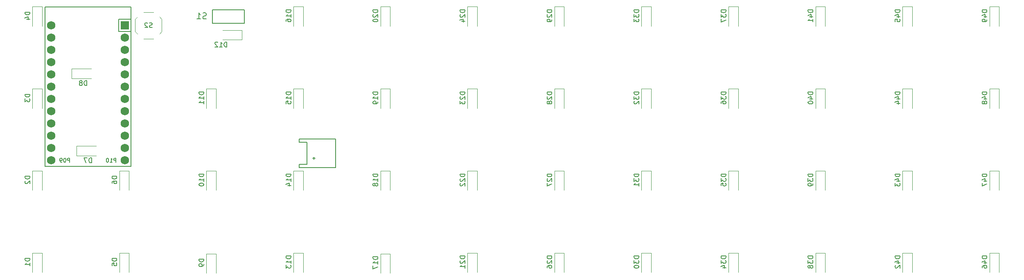
<source format=gbr>
%TF.GenerationSoftware,KiCad,Pcbnew,9.0.3-1.fc42*%
%TF.CreationDate,2025-08-13T23:51:54-04:00*%
%TF.ProjectId,48ish_soldered,34386973-685f-4736-9f6c-64657265642e,v1.0.0*%
%TF.SameCoordinates,Original*%
%TF.FileFunction,Legend,Bot*%
%TF.FilePolarity,Positive*%
%FSLAX46Y46*%
G04 Gerber Fmt 4.6, Leading zero omitted, Abs format (unit mm)*
G04 Created by KiCad (PCBNEW 9.0.3-1.fc42) date 2025-08-13 23:51:54*
%MOMM*%
%LPD*%
G01*
G04 APERTURE LIST*
%ADD10C,0.150000*%
%ADD11C,0.120000*%
%ADD12C,1.752600*%
%ADD13R,1.752600X1.752600*%
G04 APERTURE END LIST*
D10*
X23771428Y44167704D02*
X23771428Y44967704D01*
X23771428Y44967704D02*
X23466666Y44967704D01*
X23466666Y44967704D02*
X23390476Y44929609D01*
X23390476Y44929609D02*
X23352381Y44891514D01*
X23352381Y44891514D02*
X23314285Y44815323D01*
X23314285Y44815323D02*
X23314285Y44701038D01*
X23314285Y44701038D02*
X23352381Y44624847D01*
X23352381Y44624847D02*
X23390476Y44586752D01*
X23390476Y44586752D02*
X23466666Y44548657D01*
X23466666Y44548657D02*
X23771428Y44548657D01*
X22552381Y44167704D02*
X23009524Y44167704D01*
X22780952Y44167704D02*
X22780952Y44967704D01*
X22780952Y44967704D02*
X22857143Y44853419D01*
X22857143Y44853419D02*
X22933333Y44777228D01*
X22933333Y44777228D02*
X23009524Y44739133D01*
X22057142Y44967704D02*
X21980952Y44967704D01*
X21980952Y44967704D02*
X21904761Y44929609D01*
X21904761Y44929609D02*
X21866666Y44891514D01*
X21866666Y44891514D02*
X21828571Y44815323D01*
X21828571Y44815323D02*
X21790476Y44662942D01*
X21790476Y44662942D02*
X21790476Y44472466D01*
X21790476Y44472466D02*
X21828571Y44320085D01*
X21828571Y44320085D02*
X21866666Y44243895D01*
X21866666Y44243895D02*
X21904761Y44205800D01*
X21904761Y44205800D02*
X21980952Y44167704D01*
X21980952Y44167704D02*
X22057142Y44167704D01*
X22057142Y44167704D02*
X22133333Y44205800D01*
X22133333Y44205800D02*
X22171428Y44243895D01*
X22171428Y44243895D02*
X22209523Y44320085D01*
X22209523Y44320085D02*
X22247619Y44472466D01*
X22247619Y44472466D02*
X22247619Y44662942D01*
X22247619Y44662942D02*
X22209523Y44815323D01*
X22209523Y44815323D02*
X22171428Y44891514D01*
X22171428Y44891514D02*
X22133333Y44929609D01*
X22133333Y44929609D02*
X22057142Y44967704D01*
X14171428Y44167704D02*
X14171428Y44967704D01*
X14171428Y44967704D02*
X13866666Y44967704D01*
X13866666Y44967704D02*
X13790476Y44929609D01*
X13790476Y44929609D02*
X13752381Y44891514D01*
X13752381Y44891514D02*
X13714285Y44815323D01*
X13714285Y44815323D02*
X13714285Y44701038D01*
X13714285Y44701038D02*
X13752381Y44624847D01*
X13752381Y44624847D02*
X13790476Y44586752D01*
X13790476Y44586752D02*
X13866666Y44548657D01*
X13866666Y44548657D02*
X14171428Y44548657D01*
X13219047Y44967704D02*
X13142857Y44967704D01*
X13142857Y44967704D02*
X13066666Y44929609D01*
X13066666Y44929609D02*
X13028571Y44891514D01*
X13028571Y44891514D02*
X12990476Y44815323D01*
X12990476Y44815323D02*
X12952381Y44662942D01*
X12952381Y44662942D02*
X12952381Y44472466D01*
X12952381Y44472466D02*
X12990476Y44320085D01*
X12990476Y44320085D02*
X13028571Y44243895D01*
X13028571Y44243895D02*
X13066666Y44205800D01*
X13066666Y44205800D02*
X13142857Y44167704D01*
X13142857Y44167704D02*
X13219047Y44167704D01*
X13219047Y44167704D02*
X13295238Y44205800D01*
X13295238Y44205800D02*
X13333333Y44243895D01*
X13333333Y44243895D02*
X13371428Y44320085D01*
X13371428Y44320085D02*
X13409524Y44472466D01*
X13409524Y44472466D02*
X13409524Y44662942D01*
X13409524Y44662942D02*
X13371428Y44815323D01*
X13371428Y44815323D02*
X13333333Y44891514D01*
X13333333Y44891514D02*
X13295238Y44929609D01*
X13295238Y44929609D02*
X13219047Y44967704D01*
X12571428Y44167704D02*
X12419047Y44167704D01*
X12419047Y44167704D02*
X12342857Y44205800D01*
X12342857Y44205800D02*
X12304761Y44243895D01*
X12304761Y44243895D02*
X12228571Y44358180D01*
X12228571Y44358180D02*
X12190476Y44510561D01*
X12190476Y44510561D02*
X12190476Y44815323D01*
X12190476Y44815323D02*
X12228571Y44891514D01*
X12228571Y44891514D02*
X12266666Y44929609D01*
X12266666Y44929609D02*
X12342857Y44967704D01*
X12342857Y44967704D02*
X12495238Y44967704D01*
X12495238Y44967704D02*
X12571428Y44929609D01*
X12571428Y44929609D02*
X12609523Y44891514D01*
X12609523Y44891514D02*
X12647619Y44815323D01*
X12647619Y44815323D02*
X12647619Y44624847D01*
X12647619Y44624847D02*
X12609523Y44548657D01*
X12609523Y44548657D02*
X12571428Y44510561D01*
X12571428Y44510561D02*
X12495238Y44472466D01*
X12495238Y44472466D02*
X12342857Y44472466D01*
X12342857Y44472466D02*
X12266666Y44510561D01*
X12266666Y44510561D02*
X12228571Y44548657D01*
X12228571Y44548657D02*
X12190476Y44624847D01*
X42467619Y73880750D02*
X42286190Y73820273D01*
X42286190Y73820273D02*
X41983809Y73820273D01*
X41983809Y73820273D02*
X41862857Y73880750D01*
X41862857Y73880750D02*
X41802381Y73941226D01*
X41802381Y73941226D02*
X41741904Y74062178D01*
X41741904Y74062178D02*
X41741904Y74183130D01*
X41741904Y74183130D02*
X41802381Y74304083D01*
X41802381Y74304083D02*
X41862857Y74364559D01*
X41862857Y74364559D02*
X41983809Y74425035D01*
X41983809Y74425035D02*
X42225714Y74485511D01*
X42225714Y74485511D02*
X42346666Y74545988D01*
X42346666Y74545988D02*
X42407143Y74606464D01*
X42407143Y74606464D02*
X42467619Y74727416D01*
X42467619Y74727416D02*
X42467619Y74848369D01*
X42467619Y74848369D02*
X42407143Y74969321D01*
X42407143Y74969321D02*
X42346666Y75029797D01*
X42346666Y75029797D02*
X42225714Y75090273D01*
X42225714Y75090273D02*
X41923333Y75090273D01*
X41923333Y75090273D02*
X41741904Y75029797D01*
X40532380Y73820273D02*
X41258095Y73820273D01*
X40895238Y73820273D02*
X40895238Y75090273D01*
X40895238Y75090273D02*
X41016190Y74908845D01*
X41016190Y74908845D02*
X41137142Y74787892D01*
X41137142Y74787892D02*
X41258095Y74727416D01*
X31261904Y72092800D02*
X31119047Y72045180D01*
X31119047Y72045180D02*
X30880952Y72045180D01*
X30880952Y72045180D02*
X30785714Y72092800D01*
X30785714Y72092800D02*
X30738095Y72140419D01*
X30738095Y72140419D02*
X30690476Y72235657D01*
X30690476Y72235657D02*
X30690476Y72330895D01*
X30690476Y72330895D02*
X30738095Y72426133D01*
X30738095Y72426133D02*
X30785714Y72473752D01*
X30785714Y72473752D02*
X30880952Y72521371D01*
X30880952Y72521371D02*
X31071428Y72568990D01*
X31071428Y72568990D02*
X31166666Y72616609D01*
X31166666Y72616609D02*
X31214285Y72664228D01*
X31214285Y72664228D02*
X31261904Y72759466D01*
X31261904Y72759466D02*
X31261904Y72854704D01*
X31261904Y72854704D02*
X31214285Y72949942D01*
X31214285Y72949942D02*
X31166666Y72997561D01*
X31166666Y72997561D02*
X31071428Y73045180D01*
X31071428Y73045180D02*
X30833333Y73045180D01*
X30833333Y73045180D02*
X30690476Y72997561D01*
X30309523Y72949942D02*
X30261904Y72997561D01*
X30261904Y72997561D02*
X30166666Y73045180D01*
X30166666Y73045180D02*
X29928571Y73045180D01*
X29928571Y73045180D02*
X29833333Y72997561D01*
X29833333Y72997561D02*
X29785714Y72949942D01*
X29785714Y72949942D02*
X29738095Y72854704D01*
X29738095Y72854704D02*
X29738095Y72759466D01*
X29738095Y72759466D02*
X29785714Y72616609D01*
X29785714Y72616609D02*
X30357142Y72045180D01*
X30357142Y72045180D02*
X29738095Y72045180D01*
X95954819Y24714285D02*
X94954819Y24714285D01*
X94954819Y24714285D02*
X94954819Y24476190D01*
X94954819Y24476190D02*
X95002438Y24333333D01*
X95002438Y24333333D02*
X95097676Y24238095D01*
X95097676Y24238095D02*
X95192914Y24190476D01*
X95192914Y24190476D02*
X95383390Y24142857D01*
X95383390Y24142857D02*
X95526247Y24142857D01*
X95526247Y24142857D02*
X95716723Y24190476D01*
X95716723Y24190476D02*
X95811961Y24238095D01*
X95811961Y24238095D02*
X95907200Y24333333D01*
X95907200Y24333333D02*
X95954819Y24476190D01*
X95954819Y24476190D02*
X95954819Y24714285D01*
X95050057Y23761904D02*
X95002438Y23714285D01*
X95002438Y23714285D02*
X94954819Y23619047D01*
X94954819Y23619047D02*
X94954819Y23380952D01*
X94954819Y23380952D02*
X95002438Y23285714D01*
X95002438Y23285714D02*
X95050057Y23238095D01*
X95050057Y23238095D02*
X95145295Y23190476D01*
X95145295Y23190476D02*
X95240533Y23190476D01*
X95240533Y23190476D02*
X95383390Y23238095D01*
X95383390Y23238095D02*
X95954819Y23809523D01*
X95954819Y23809523D02*
X95954819Y23190476D01*
X95954819Y22238095D02*
X95954819Y22809523D01*
X95954819Y22523809D02*
X94954819Y22523809D01*
X94954819Y22523809D02*
X95097676Y22619047D01*
X95097676Y22619047D02*
X95192914Y22714285D01*
X95192914Y22714285D02*
X95240533Y22809523D01*
X95954819Y58714285D02*
X94954819Y58714285D01*
X94954819Y58714285D02*
X94954819Y58476190D01*
X94954819Y58476190D02*
X95002438Y58333333D01*
X95002438Y58333333D02*
X95097676Y58238095D01*
X95097676Y58238095D02*
X95192914Y58190476D01*
X95192914Y58190476D02*
X95383390Y58142857D01*
X95383390Y58142857D02*
X95526247Y58142857D01*
X95526247Y58142857D02*
X95716723Y58190476D01*
X95716723Y58190476D02*
X95811961Y58238095D01*
X95811961Y58238095D02*
X95907200Y58333333D01*
X95907200Y58333333D02*
X95954819Y58476190D01*
X95954819Y58476190D02*
X95954819Y58714285D01*
X95050057Y57761904D02*
X95002438Y57714285D01*
X95002438Y57714285D02*
X94954819Y57619047D01*
X94954819Y57619047D02*
X94954819Y57380952D01*
X94954819Y57380952D02*
X95002438Y57285714D01*
X95002438Y57285714D02*
X95050057Y57238095D01*
X95050057Y57238095D02*
X95145295Y57190476D01*
X95145295Y57190476D02*
X95240533Y57190476D01*
X95240533Y57190476D02*
X95383390Y57238095D01*
X95383390Y57238095D02*
X95954819Y57809523D01*
X95954819Y57809523D02*
X95954819Y57190476D01*
X94954819Y56857142D02*
X94954819Y56238095D01*
X94954819Y56238095D02*
X95335771Y56571428D01*
X95335771Y56571428D02*
X95335771Y56428571D01*
X95335771Y56428571D02*
X95383390Y56333333D01*
X95383390Y56333333D02*
X95431009Y56285714D01*
X95431009Y56285714D02*
X95526247Y56238095D01*
X95526247Y56238095D02*
X95764342Y56238095D01*
X95764342Y56238095D02*
X95859580Y56285714D01*
X95859580Y56285714D02*
X95907200Y56333333D01*
X95907200Y56333333D02*
X95954819Y56428571D01*
X95954819Y56428571D02*
X95954819Y56714285D01*
X95954819Y56714285D02*
X95907200Y56809523D01*
X95907200Y56809523D02*
X95859580Y56857142D01*
X167954819Y75714285D02*
X166954819Y75714285D01*
X166954819Y75714285D02*
X166954819Y75476190D01*
X166954819Y75476190D02*
X167002438Y75333333D01*
X167002438Y75333333D02*
X167097676Y75238095D01*
X167097676Y75238095D02*
X167192914Y75190476D01*
X167192914Y75190476D02*
X167383390Y75142857D01*
X167383390Y75142857D02*
X167526247Y75142857D01*
X167526247Y75142857D02*
X167716723Y75190476D01*
X167716723Y75190476D02*
X167811961Y75238095D01*
X167811961Y75238095D02*
X167907200Y75333333D01*
X167907200Y75333333D02*
X167954819Y75476190D01*
X167954819Y75476190D02*
X167954819Y75714285D01*
X167288152Y74285714D02*
X167954819Y74285714D01*
X166907200Y74523809D02*
X167621485Y74761904D01*
X167621485Y74761904D02*
X167621485Y74142857D01*
X167954819Y73238095D02*
X167954819Y73809523D01*
X167954819Y73523809D02*
X166954819Y73523809D01*
X166954819Y73523809D02*
X167097676Y73619047D01*
X167097676Y73619047D02*
X167192914Y73714285D01*
X167192914Y73714285D02*
X167240533Y73809523D01*
X46714285Y68045180D02*
X46714285Y69045180D01*
X46714285Y69045180D02*
X46476190Y69045180D01*
X46476190Y69045180D02*
X46333333Y68997561D01*
X46333333Y68997561D02*
X46238095Y68902323D01*
X46238095Y68902323D02*
X46190476Y68807085D01*
X46190476Y68807085D02*
X46142857Y68616609D01*
X46142857Y68616609D02*
X46142857Y68473752D01*
X46142857Y68473752D02*
X46190476Y68283276D01*
X46190476Y68283276D02*
X46238095Y68188038D01*
X46238095Y68188038D02*
X46333333Y68092800D01*
X46333333Y68092800D02*
X46476190Y68045180D01*
X46476190Y68045180D02*
X46714285Y68045180D01*
X45190476Y68045180D02*
X45761904Y68045180D01*
X45476190Y68045180D02*
X45476190Y69045180D01*
X45476190Y69045180D02*
X45571428Y68902323D01*
X45571428Y68902323D02*
X45666666Y68807085D01*
X45666666Y68807085D02*
X45761904Y68759466D01*
X44809523Y68949942D02*
X44761904Y68997561D01*
X44761904Y68997561D02*
X44666666Y69045180D01*
X44666666Y69045180D02*
X44428571Y69045180D01*
X44428571Y69045180D02*
X44333333Y68997561D01*
X44333333Y68997561D02*
X44285714Y68949942D01*
X44285714Y68949942D02*
X44238095Y68854704D01*
X44238095Y68854704D02*
X44238095Y68759466D01*
X44238095Y68759466D02*
X44285714Y68616609D01*
X44285714Y68616609D02*
X44857142Y68045180D01*
X44857142Y68045180D02*
X44238095Y68045180D01*
X23954819Y24238094D02*
X22954819Y24238094D01*
X22954819Y24238094D02*
X22954819Y23999999D01*
X22954819Y23999999D02*
X23002438Y23857142D01*
X23002438Y23857142D02*
X23097676Y23761904D01*
X23097676Y23761904D02*
X23192914Y23714285D01*
X23192914Y23714285D02*
X23383390Y23666666D01*
X23383390Y23666666D02*
X23526247Y23666666D01*
X23526247Y23666666D02*
X23716723Y23714285D01*
X23716723Y23714285D02*
X23811961Y23761904D01*
X23811961Y23761904D02*
X23907200Y23857142D01*
X23907200Y23857142D02*
X23954819Y23999999D01*
X23954819Y23999999D02*
X23954819Y24238094D01*
X22954819Y22761904D02*
X22954819Y23238094D01*
X22954819Y23238094D02*
X23431009Y23285713D01*
X23431009Y23285713D02*
X23383390Y23238094D01*
X23383390Y23238094D02*
X23335771Y23142856D01*
X23335771Y23142856D02*
X23335771Y22904761D01*
X23335771Y22904761D02*
X23383390Y22809523D01*
X23383390Y22809523D02*
X23431009Y22761904D01*
X23431009Y22761904D02*
X23526247Y22714285D01*
X23526247Y22714285D02*
X23764342Y22714285D01*
X23764342Y22714285D02*
X23859580Y22761904D01*
X23859580Y22761904D02*
X23907200Y22809523D01*
X23907200Y22809523D02*
X23954819Y22904761D01*
X23954819Y22904761D02*
X23954819Y23142856D01*
X23954819Y23142856D02*
X23907200Y23238094D01*
X23907200Y23238094D02*
X23859580Y23285713D01*
X185954819Y24714285D02*
X184954819Y24714285D01*
X184954819Y24714285D02*
X184954819Y24476190D01*
X184954819Y24476190D02*
X185002438Y24333333D01*
X185002438Y24333333D02*
X185097676Y24238095D01*
X185097676Y24238095D02*
X185192914Y24190476D01*
X185192914Y24190476D02*
X185383390Y24142857D01*
X185383390Y24142857D02*
X185526247Y24142857D01*
X185526247Y24142857D02*
X185716723Y24190476D01*
X185716723Y24190476D02*
X185811961Y24238095D01*
X185811961Y24238095D02*
X185907200Y24333333D01*
X185907200Y24333333D02*
X185954819Y24476190D01*
X185954819Y24476190D02*
X185954819Y24714285D01*
X185288152Y23285714D02*
X185954819Y23285714D01*
X184907200Y23523809D02*
X185621485Y23761904D01*
X185621485Y23761904D02*
X185621485Y23142857D01*
X185050057Y22809523D02*
X185002438Y22761904D01*
X185002438Y22761904D02*
X184954819Y22666666D01*
X184954819Y22666666D02*
X184954819Y22428571D01*
X184954819Y22428571D02*
X185002438Y22333333D01*
X185002438Y22333333D02*
X185050057Y22285714D01*
X185050057Y22285714D02*
X185145295Y22238095D01*
X185145295Y22238095D02*
X185240533Y22238095D01*
X185240533Y22238095D02*
X185383390Y22285714D01*
X185383390Y22285714D02*
X185954819Y22857142D01*
X185954819Y22857142D02*
X185954819Y22238095D01*
X131954819Y24714285D02*
X130954819Y24714285D01*
X130954819Y24714285D02*
X130954819Y24476190D01*
X130954819Y24476190D02*
X131002438Y24333333D01*
X131002438Y24333333D02*
X131097676Y24238095D01*
X131097676Y24238095D02*
X131192914Y24190476D01*
X131192914Y24190476D02*
X131383390Y24142857D01*
X131383390Y24142857D02*
X131526247Y24142857D01*
X131526247Y24142857D02*
X131716723Y24190476D01*
X131716723Y24190476D02*
X131811961Y24238095D01*
X131811961Y24238095D02*
X131907200Y24333333D01*
X131907200Y24333333D02*
X131954819Y24476190D01*
X131954819Y24476190D02*
X131954819Y24714285D01*
X130954819Y23809523D02*
X130954819Y23190476D01*
X130954819Y23190476D02*
X131335771Y23523809D01*
X131335771Y23523809D02*
X131335771Y23380952D01*
X131335771Y23380952D02*
X131383390Y23285714D01*
X131383390Y23285714D02*
X131431009Y23238095D01*
X131431009Y23238095D02*
X131526247Y23190476D01*
X131526247Y23190476D02*
X131764342Y23190476D01*
X131764342Y23190476D02*
X131859580Y23238095D01*
X131859580Y23238095D02*
X131907200Y23285714D01*
X131907200Y23285714D02*
X131954819Y23380952D01*
X131954819Y23380952D02*
X131954819Y23666666D01*
X131954819Y23666666D02*
X131907200Y23761904D01*
X131907200Y23761904D02*
X131859580Y23809523D01*
X130954819Y22571428D02*
X130954819Y22476190D01*
X130954819Y22476190D02*
X131002438Y22380952D01*
X131002438Y22380952D02*
X131050057Y22333333D01*
X131050057Y22333333D02*
X131145295Y22285714D01*
X131145295Y22285714D02*
X131335771Y22238095D01*
X131335771Y22238095D02*
X131573866Y22238095D01*
X131573866Y22238095D02*
X131764342Y22285714D01*
X131764342Y22285714D02*
X131859580Y22333333D01*
X131859580Y22333333D02*
X131907200Y22380952D01*
X131907200Y22380952D02*
X131954819Y22476190D01*
X131954819Y22476190D02*
X131954819Y22571428D01*
X131954819Y22571428D02*
X131907200Y22666666D01*
X131907200Y22666666D02*
X131859580Y22714285D01*
X131859580Y22714285D02*
X131764342Y22761904D01*
X131764342Y22761904D02*
X131573866Y22809523D01*
X131573866Y22809523D02*
X131335771Y22809523D01*
X131335771Y22809523D02*
X131145295Y22761904D01*
X131145295Y22761904D02*
X131050057Y22714285D01*
X131050057Y22714285D02*
X131002438Y22666666D01*
X131002438Y22666666D02*
X130954819Y22571428D01*
X149954819Y75714285D02*
X148954819Y75714285D01*
X148954819Y75714285D02*
X148954819Y75476190D01*
X148954819Y75476190D02*
X149002438Y75333333D01*
X149002438Y75333333D02*
X149097676Y75238095D01*
X149097676Y75238095D02*
X149192914Y75190476D01*
X149192914Y75190476D02*
X149383390Y75142857D01*
X149383390Y75142857D02*
X149526247Y75142857D01*
X149526247Y75142857D02*
X149716723Y75190476D01*
X149716723Y75190476D02*
X149811961Y75238095D01*
X149811961Y75238095D02*
X149907200Y75333333D01*
X149907200Y75333333D02*
X149954819Y75476190D01*
X149954819Y75476190D02*
X149954819Y75714285D01*
X148954819Y74809523D02*
X148954819Y74190476D01*
X148954819Y74190476D02*
X149335771Y74523809D01*
X149335771Y74523809D02*
X149335771Y74380952D01*
X149335771Y74380952D02*
X149383390Y74285714D01*
X149383390Y74285714D02*
X149431009Y74238095D01*
X149431009Y74238095D02*
X149526247Y74190476D01*
X149526247Y74190476D02*
X149764342Y74190476D01*
X149764342Y74190476D02*
X149859580Y74238095D01*
X149859580Y74238095D02*
X149907200Y74285714D01*
X149907200Y74285714D02*
X149954819Y74380952D01*
X149954819Y74380952D02*
X149954819Y74666666D01*
X149954819Y74666666D02*
X149907200Y74761904D01*
X149907200Y74761904D02*
X149859580Y74809523D01*
X148954819Y73857142D02*
X148954819Y73190476D01*
X148954819Y73190476D02*
X149954819Y73619047D01*
X5954819Y75238094D02*
X4954819Y75238094D01*
X4954819Y75238094D02*
X4954819Y74999999D01*
X4954819Y74999999D02*
X5002438Y74857142D01*
X5002438Y74857142D02*
X5097676Y74761904D01*
X5097676Y74761904D02*
X5192914Y74714285D01*
X5192914Y74714285D02*
X5383390Y74666666D01*
X5383390Y74666666D02*
X5526247Y74666666D01*
X5526247Y74666666D02*
X5716723Y74714285D01*
X5716723Y74714285D02*
X5811961Y74761904D01*
X5811961Y74761904D02*
X5907200Y74857142D01*
X5907200Y74857142D02*
X5954819Y74999999D01*
X5954819Y74999999D02*
X5954819Y75238094D01*
X5288152Y73809523D02*
X5954819Y73809523D01*
X4907200Y74047618D02*
X5621485Y74285713D01*
X5621485Y74285713D02*
X5621485Y73666666D01*
X77954819Y41714285D02*
X76954819Y41714285D01*
X76954819Y41714285D02*
X76954819Y41476190D01*
X76954819Y41476190D02*
X77002438Y41333333D01*
X77002438Y41333333D02*
X77097676Y41238095D01*
X77097676Y41238095D02*
X77192914Y41190476D01*
X77192914Y41190476D02*
X77383390Y41142857D01*
X77383390Y41142857D02*
X77526247Y41142857D01*
X77526247Y41142857D02*
X77716723Y41190476D01*
X77716723Y41190476D02*
X77811961Y41238095D01*
X77811961Y41238095D02*
X77907200Y41333333D01*
X77907200Y41333333D02*
X77954819Y41476190D01*
X77954819Y41476190D02*
X77954819Y41714285D01*
X77954819Y40190476D02*
X77954819Y40761904D01*
X77954819Y40476190D02*
X76954819Y40476190D01*
X76954819Y40476190D02*
X77097676Y40571428D01*
X77097676Y40571428D02*
X77192914Y40666666D01*
X77192914Y40666666D02*
X77240533Y40761904D01*
X77383390Y39619047D02*
X77335771Y39714285D01*
X77335771Y39714285D02*
X77288152Y39761904D01*
X77288152Y39761904D02*
X77192914Y39809523D01*
X77192914Y39809523D02*
X77145295Y39809523D01*
X77145295Y39809523D02*
X77050057Y39761904D01*
X77050057Y39761904D02*
X77002438Y39714285D01*
X77002438Y39714285D02*
X76954819Y39619047D01*
X76954819Y39619047D02*
X76954819Y39428571D01*
X76954819Y39428571D02*
X77002438Y39333333D01*
X77002438Y39333333D02*
X77050057Y39285714D01*
X77050057Y39285714D02*
X77145295Y39238095D01*
X77145295Y39238095D02*
X77192914Y39238095D01*
X77192914Y39238095D02*
X77288152Y39285714D01*
X77288152Y39285714D02*
X77335771Y39333333D01*
X77335771Y39333333D02*
X77383390Y39428571D01*
X77383390Y39428571D02*
X77383390Y39619047D01*
X77383390Y39619047D02*
X77431009Y39714285D01*
X77431009Y39714285D02*
X77478628Y39761904D01*
X77478628Y39761904D02*
X77573866Y39809523D01*
X77573866Y39809523D02*
X77764342Y39809523D01*
X77764342Y39809523D02*
X77859580Y39761904D01*
X77859580Y39761904D02*
X77907200Y39714285D01*
X77907200Y39714285D02*
X77954819Y39619047D01*
X77954819Y39619047D02*
X77954819Y39428571D01*
X77954819Y39428571D02*
X77907200Y39333333D01*
X77907200Y39333333D02*
X77859580Y39285714D01*
X77859580Y39285714D02*
X77764342Y39238095D01*
X77764342Y39238095D02*
X77573866Y39238095D01*
X77573866Y39238095D02*
X77478628Y39285714D01*
X77478628Y39285714D02*
X77431009Y39333333D01*
X77431009Y39333333D02*
X77383390Y39428571D01*
X77954819Y58714285D02*
X76954819Y58714285D01*
X76954819Y58714285D02*
X76954819Y58476190D01*
X76954819Y58476190D02*
X77002438Y58333333D01*
X77002438Y58333333D02*
X77097676Y58238095D01*
X77097676Y58238095D02*
X77192914Y58190476D01*
X77192914Y58190476D02*
X77383390Y58142857D01*
X77383390Y58142857D02*
X77526247Y58142857D01*
X77526247Y58142857D02*
X77716723Y58190476D01*
X77716723Y58190476D02*
X77811961Y58238095D01*
X77811961Y58238095D02*
X77907200Y58333333D01*
X77907200Y58333333D02*
X77954819Y58476190D01*
X77954819Y58476190D02*
X77954819Y58714285D01*
X77954819Y57190476D02*
X77954819Y57761904D01*
X77954819Y57476190D02*
X76954819Y57476190D01*
X76954819Y57476190D02*
X77097676Y57571428D01*
X77097676Y57571428D02*
X77192914Y57666666D01*
X77192914Y57666666D02*
X77240533Y57761904D01*
X77954819Y56714285D02*
X77954819Y56523809D01*
X77954819Y56523809D02*
X77907200Y56428571D01*
X77907200Y56428571D02*
X77859580Y56380952D01*
X77859580Y56380952D02*
X77716723Y56285714D01*
X77716723Y56285714D02*
X77526247Y56238095D01*
X77526247Y56238095D02*
X77145295Y56238095D01*
X77145295Y56238095D02*
X77050057Y56285714D01*
X77050057Y56285714D02*
X77002438Y56333333D01*
X77002438Y56333333D02*
X76954819Y56428571D01*
X76954819Y56428571D02*
X76954819Y56619047D01*
X76954819Y56619047D02*
X77002438Y56714285D01*
X77002438Y56714285D02*
X77050057Y56761904D01*
X77050057Y56761904D02*
X77145295Y56809523D01*
X77145295Y56809523D02*
X77383390Y56809523D01*
X77383390Y56809523D02*
X77478628Y56761904D01*
X77478628Y56761904D02*
X77526247Y56714285D01*
X77526247Y56714285D02*
X77573866Y56619047D01*
X77573866Y56619047D02*
X77573866Y56428571D01*
X77573866Y56428571D02*
X77526247Y56333333D01*
X77526247Y56333333D02*
X77478628Y56285714D01*
X77478628Y56285714D02*
X77383390Y56238095D01*
X41954819Y41714285D02*
X40954819Y41714285D01*
X40954819Y41714285D02*
X40954819Y41476190D01*
X40954819Y41476190D02*
X41002438Y41333333D01*
X41002438Y41333333D02*
X41097676Y41238095D01*
X41097676Y41238095D02*
X41192914Y41190476D01*
X41192914Y41190476D02*
X41383390Y41142857D01*
X41383390Y41142857D02*
X41526247Y41142857D01*
X41526247Y41142857D02*
X41716723Y41190476D01*
X41716723Y41190476D02*
X41811961Y41238095D01*
X41811961Y41238095D02*
X41907200Y41333333D01*
X41907200Y41333333D02*
X41954819Y41476190D01*
X41954819Y41476190D02*
X41954819Y41714285D01*
X41954819Y40190476D02*
X41954819Y40761904D01*
X41954819Y40476190D02*
X40954819Y40476190D01*
X40954819Y40476190D02*
X41097676Y40571428D01*
X41097676Y40571428D02*
X41192914Y40666666D01*
X41192914Y40666666D02*
X41240533Y40761904D01*
X40954819Y39571428D02*
X40954819Y39476190D01*
X40954819Y39476190D02*
X41002438Y39380952D01*
X41002438Y39380952D02*
X41050057Y39333333D01*
X41050057Y39333333D02*
X41145295Y39285714D01*
X41145295Y39285714D02*
X41335771Y39238095D01*
X41335771Y39238095D02*
X41573866Y39238095D01*
X41573866Y39238095D02*
X41764342Y39285714D01*
X41764342Y39285714D02*
X41859580Y39333333D01*
X41859580Y39333333D02*
X41907200Y39380952D01*
X41907200Y39380952D02*
X41954819Y39476190D01*
X41954819Y39476190D02*
X41954819Y39571428D01*
X41954819Y39571428D02*
X41907200Y39666666D01*
X41907200Y39666666D02*
X41859580Y39714285D01*
X41859580Y39714285D02*
X41764342Y39761904D01*
X41764342Y39761904D02*
X41573866Y39809523D01*
X41573866Y39809523D02*
X41335771Y39809523D01*
X41335771Y39809523D02*
X41145295Y39761904D01*
X41145295Y39761904D02*
X41050057Y39714285D01*
X41050057Y39714285D02*
X41002438Y39666666D01*
X41002438Y39666666D02*
X40954819Y39571428D01*
X185954819Y41714285D02*
X184954819Y41714285D01*
X184954819Y41714285D02*
X184954819Y41476190D01*
X184954819Y41476190D02*
X185002438Y41333333D01*
X185002438Y41333333D02*
X185097676Y41238095D01*
X185097676Y41238095D02*
X185192914Y41190476D01*
X185192914Y41190476D02*
X185383390Y41142857D01*
X185383390Y41142857D02*
X185526247Y41142857D01*
X185526247Y41142857D02*
X185716723Y41190476D01*
X185716723Y41190476D02*
X185811961Y41238095D01*
X185811961Y41238095D02*
X185907200Y41333333D01*
X185907200Y41333333D02*
X185954819Y41476190D01*
X185954819Y41476190D02*
X185954819Y41714285D01*
X185288152Y40285714D02*
X185954819Y40285714D01*
X184907200Y40523809D02*
X185621485Y40761904D01*
X185621485Y40761904D02*
X185621485Y40142857D01*
X184954819Y39857142D02*
X184954819Y39238095D01*
X184954819Y39238095D02*
X185335771Y39571428D01*
X185335771Y39571428D02*
X185335771Y39428571D01*
X185335771Y39428571D02*
X185383390Y39333333D01*
X185383390Y39333333D02*
X185431009Y39285714D01*
X185431009Y39285714D02*
X185526247Y39238095D01*
X185526247Y39238095D02*
X185764342Y39238095D01*
X185764342Y39238095D02*
X185859580Y39285714D01*
X185859580Y39285714D02*
X185907200Y39333333D01*
X185907200Y39333333D02*
X185954819Y39428571D01*
X185954819Y39428571D02*
X185954819Y39714285D01*
X185954819Y39714285D02*
X185907200Y39809523D01*
X185907200Y39809523D02*
X185859580Y39857142D01*
X131954819Y41714285D02*
X130954819Y41714285D01*
X130954819Y41714285D02*
X130954819Y41476190D01*
X130954819Y41476190D02*
X131002438Y41333333D01*
X131002438Y41333333D02*
X131097676Y41238095D01*
X131097676Y41238095D02*
X131192914Y41190476D01*
X131192914Y41190476D02*
X131383390Y41142857D01*
X131383390Y41142857D02*
X131526247Y41142857D01*
X131526247Y41142857D02*
X131716723Y41190476D01*
X131716723Y41190476D02*
X131811961Y41238095D01*
X131811961Y41238095D02*
X131907200Y41333333D01*
X131907200Y41333333D02*
X131954819Y41476190D01*
X131954819Y41476190D02*
X131954819Y41714285D01*
X130954819Y40809523D02*
X130954819Y40190476D01*
X130954819Y40190476D02*
X131335771Y40523809D01*
X131335771Y40523809D02*
X131335771Y40380952D01*
X131335771Y40380952D02*
X131383390Y40285714D01*
X131383390Y40285714D02*
X131431009Y40238095D01*
X131431009Y40238095D02*
X131526247Y40190476D01*
X131526247Y40190476D02*
X131764342Y40190476D01*
X131764342Y40190476D02*
X131859580Y40238095D01*
X131859580Y40238095D02*
X131907200Y40285714D01*
X131907200Y40285714D02*
X131954819Y40380952D01*
X131954819Y40380952D02*
X131954819Y40666666D01*
X131954819Y40666666D02*
X131907200Y40761904D01*
X131907200Y40761904D02*
X131859580Y40809523D01*
X131954819Y39238095D02*
X131954819Y39809523D01*
X131954819Y39523809D02*
X130954819Y39523809D01*
X130954819Y39523809D02*
X131097676Y39619047D01*
X131097676Y39619047D02*
X131192914Y39714285D01*
X131192914Y39714285D02*
X131240533Y39809523D01*
X185954819Y75714285D02*
X184954819Y75714285D01*
X184954819Y75714285D02*
X184954819Y75476190D01*
X184954819Y75476190D02*
X185002438Y75333333D01*
X185002438Y75333333D02*
X185097676Y75238095D01*
X185097676Y75238095D02*
X185192914Y75190476D01*
X185192914Y75190476D02*
X185383390Y75142857D01*
X185383390Y75142857D02*
X185526247Y75142857D01*
X185526247Y75142857D02*
X185716723Y75190476D01*
X185716723Y75190476D02*
X185811961Y75238095D01*
X185811961Y75238095D02*
X185907200Y75333333D01*
X185907200Y75333333D02*
X185954819Y75476190D01*
X185954819Y75476190D02*
X185954819Y75714285D01*
X185288152Y74285714D02*
X185954819Y74285714D01*
X184907200Y74523809D02*
X185621485Y74761904D01*
X185621485Y74761904D02*
X185621485Y74142857D01*
X184954819Y73285714D02*
X184954819Y73761904D01*
X184954819Y73761904D02*
X185431009Y73809523D01*
X185431009Y73809523D02*
X185383390Y73761904D01*
X185383390Y73761904D02*
X185335771Y73666666D01*
X185335771Y73666666D02*
X185335771Y73428571D01*
X185335771Y73428571D02*
X185383390Y73333333D01*
X185383390Y73333333D02*
X185431009Y73285714D01*
X185431009Y73285714D02*
X185526247Y73238095D01*
X185526247Y73238095D02*
X185764342Y73238095D01*
X185764342Y73238095D02*
X185859580Y73285714D01*
X185859580Y73285714D02*
X185907200Y73333333D01*
X185907200Y73333333D02*
X185954819Y73428571D01*
X185954819Y73428571D02*
X185954819Y73666666D01*
X185954819Y73666666D02*
X185907200Y73761904D01*
X185907200Y73761904D02*
X185859580Y73809523D01*
X167954819Y41714285D02*
X166954819Y41714285D01*
X166954819Y41714285D02*
X166954819Y41476190D01*
X166954819Y41476190D02*
X167002438Y41333333D01*
X167002438Y41333333D02*
X167097676Y41238095D01*
X167097676Y41238095D02*
X167192914Y41190476D01*
X167192914Y41190476D02*
X167383390Y41142857D01*
X167383390Y41142857D02*
X167526247Y41142857D01*
X167526247Y41142857D02*
X167716723Y41190476D01*
X167716723Y41190476D02*
X167811961Y41238095D01*
X167811961Y41238095D02*
X167907200Y41333333D01*
X167907200Y41333333D02*
X167954819Y41476190D01*
X167954819Y41476190D02*
X167954819Y41714285D01*
X166954819Y40809523D02*
X166954819Y40190476D01*
X166954819Y40190476D02*
X167335771Y40523809D01*
X167335771Y40523809D02*
X167335771Y40380952D01*
X167335771Y40380952D02*
X167383390Y40285714D01*
X167383390Y40285714D02*
X167431009Y40238095D01*
X167431009Y40238095D02*
X167526247Y40190476D01*
X167526247Y40190476D02*
X167764342Y40190476D01*
X167764342Y40190476D02*
X167859580Y40238095D01*
X167859580Y40238095D02*
X167907200Y40285714D01*
X167907200Y40285714D02*
X167954819Y40380952D01*
X167954819Y40380952D02*
X167954819Y40666666D01*
X167954819Y40666666D02*
X167907200Y40761904D01*
X167907200Y40761904D02*
X167859580Y40809523D01*
X167954819Y39714285D02*
X167954819Y39523809D01*
X167954819Y39523809D02*
X167907200Y39428571D01*
X167907200Y39428571D02*
X167859580Y39380952D01*
X167859580Y39380952D02*
X167716723Y39285714D01*
X167716723Y39285714D02*
X167526247Y39238095D01*
X167526247Y39238095D02*
X167145295Y39238095D01*
X167145295Y39238095D02*
X167050057Y39285714D01*
X167050057Y39285714D02*
X167002438Y39333333D01*
X167002438Y39333333D02*
X166954819Y39428571D01*
X166954819Y39428571D02*
X166954819Y39619047D01*
X166954819Y39619047D02*
X167002438Y39714285D01*
X167002438Y39714285D02*
X167050057Y39761904D01*
X167050057Y39761904D02*
X167145295Y39809523D01*
X167145295Y39809523D02*
X167383390Y39809523D01*
X167383390Y39809523D02*
X167478628Y39761904D01*
X167478628Y39761904D02*
X167526247Y39714285D01*
X167526247Y39714285D02*
X167573866Y39619047D01*
X167573866Y39619047D02*
X167573866Y39428571D01*
X167573866Y39428571D02*
X167526247Y39333333D01*
X167526247Y39333333D02*
X167478628Y39285714D01*
X167478628Y39285714D02*
X167383390Y39238095D01*
X17738094Y60045180D02*
X17738094Y61045180D01*
X17738094Y61045180D02*
X17499999Y61045180D01*
X17499999Y61045180D02*
X17357142Y60997561D01*
X17357142Y60997561D02*
X17261904Y60902323D01*
X17261904Y60902323D02*
X17214285Y60807085D01*
X17214285Y60807085D02*
X17166666Y60616609D01*
X17166666Y60616609D02*
X17166666Y60473752D01*
X17166666Y60473752D02*
X17214285Y60283276D01*
X17214285Y60283276D02*
X17261904Y60188038D01*
X17261904Y60188038D02*
X17357142Y60092800D01*
X17357142Y60092800D02*
X17499999Y60045180D01*
X17499999Y60045180D02*
X17738094Y60045180D01*
X16595237Y60616609D02*
X16690475Y60664228D01*
X16690475Y60664228D02*
X16738094Y60711847D01*
X16738094Y60711847D02*
X16785713Y60807085D01*
X16785713Y60807085D02*
X16785713Y60854704D01*
X16785713Y60854704D02*
X16738094Y60949942D01*
X16738094Y60949942D02*
X16690475Y60997561D01*
X16690475Y60997561D02*
X16595237Y61045180D01*
X16595237Y61045180D02*
X16404761Y61045180D01*
X16404761Y61045180D02*
X16309523Y60997561D01*
X16309523Y60997561D02*
X16261904Y60949942D01*
X16261904Y60949942D02*
X16214285Y60854704D01*
X16214285Y60854704D02*
X16214285Y60807085D01*
X16214285Y60807085D02*
X16261904Y60711847D01*
X16261904Y60711847D02*
X16309523Y60664228D01*
X16309523Y60664228D02*
X16404761Y60616609D01*
X16404761Y60616609D02*
X16595237Y60616609D01*
X16595237Y60616609D02*
X16690475Y60568990D01*
X16690475Y60568990D02*
X16738094Y60521371D01*
X16738094Y60521371D02*
X16785713Y60426133D01*
X16785713Y60426133D02*
X16785713Y60235657D01*
X16785713Y60235657D02*
X16738094Y60140419D01*
X16738094Y60140419D02*
X16690475Y60092800D01*
X16690475Y60092800D02*
X16595237Y60045180D01*
X16595237Y60045180D02*
X16404761Y60045180D01*
X16404761Y60045180D02*
X16309523Y60092800D01*
X16309523Y60092800D02*
X16261904Y60140419D01*
X16261904Y60140419D02*
X16214285Y60235657D01*
X16214285Y60235657D02*
X16214285Y60426133D01*
X16214285Y60426133D02*
X16261904Y60521371D01*
X16261904Y60521371D02*
X16309523Y60568990D01*
X16309523Y60568990D02*
X16404761Y60616609D01*
X77954819Y24564285D02*
X76954819Y24564285D01*
X76954819Y24564285D02*
X76954819Y24326190D01*
X76954819Y24326190D02*
X77002438Y24183333D01*
X77002438Y24183333D02*
X77097676Y24088095D01*
X77097676Y24088095D02*
X77192914Y24040476D01*
X77192914Y24040476D02*
X77383390Y23992857D01*
X77383390Y23992857D02*
X77526247Y23992857D01*
X77526247Y23992857D02*
X77716723Y24040476D01*
X77716723Y24040476D02*
X77811961Y24088095D01*
X77811961Y24088095D02*
X77907200Y24183333D01*
X77907200Y24183333D02*
X77954819Y24326190D01*
X77954819Y24326190D02*
X77954819Y24564285D01*
X77954819Y23040476D02*
X77954819Y23611904D01*
X77954819Y23326190D02*
X76954819Y23326190D01*
X76954819Y23326190D02*
X77097676Y23421428D01*
X77097676Y23421428D02*
X77192914Y23516666D01*
X77192914Y23516666D02*
X77240533Y23611904D01*
X76954819Y22707142D02*
X76954819Y22040476D01*
X76954819Y22040476D02*
X77954819Y22469047D01*
X5954819Y41238094D02*
X4954819Y41238094D01*
X4954819Y41238094D02*
X4954819Y40999999D01*
X4954819Y40999999D02*
X5002438Y40857142D01*
X5002438Y40857142D02*
X5097676Y40761904D01*
X5097676Y40761904D02*
X5192914Y40714285D01*
X5192914Y40714285D02*
X5383390Y40666666D01*
X5383390Y40666666D02*
X5526247Y40666666D01*
X5526247Y40666666D02*
X5716723Y40714285D01*
X5716723Y40714285D02*
X5811961Y40761904D01*
X5811961Y40761904D02*
X5907200Y40857142D01*
X5907200Y40857142D02*
X5954819Y40999999D01*
X5954819Y40999999D02*
X5954819Y41238094D01*
X5050057Y40285713D02*
X5002438Y40238094D01*
X5002438Y40238094D02*
X4954819Y40142856D01*
X4954819Y40142856D02*
X4954819Y39904761D01*
X4954819Y39904761D02*
X5002438Y39809523D01*
X5002438Y39809523D02*
X5050057Y39761904D01*
X5050057Y39761904D02*
X5145295Y39714285D01*
X5145295Y39714285D02*
X5240533Y39714285D01*
X5240533Y39714285D02*
X5383390Y39761904D01*
X5383390Y39761904D02*
X5954819Y40333332D01*
X5954819Y40333332D02*
X5954819Y39714285D01*
X131954819Y75714285D02*
X130954819Y75714285D01*
X130954819Y75714285D02*
X130954819Y75476190D01*
X130954819Y75476190D02*
X131002438Y75333333D01*
X131002438Y75333333D02*
X131097676Y75238095D01*
X131097676Y75238095D02*
X131192914Y75190476D01*
X131192914Y75190476D02*
X131383390Y75142857D01*
X131383390Y75142857D02*
X131526247Y75142857D01*
X131526247Y75142857D02*
X131716723Y75190476D01*
X131716723Y75190476D02*
X131811961Y75238095D01*
X131811961Y75238095D02*
X131907200Y75333333D01*
X131907200Y75333333D02*
X131954819Y75476190D01*
X131954819Y75476190D02*
X131954819Y75714285D01*
X130954819Y74809523D02*
X130954819Y74190476D01*
X130954819Y74190476D02*
X131335771Y74523809D01*
X131335771Y74523809D02*
X131335771Y74380952D01*
X131335771Y74380952D02*
X131383390Y74285714D01*
X131383390Y74285714D02*
X131431009Y74238095D01*
X131431009Y74238095D02*
X131526247Y74190476D01*
X131526247Y74190476D02*
X131764342Y74190476D01*
X131764342Y74190476D02*
X131859580Y74238095D01*
X131859580Y74238095D02*
X131907200Y74285714D01*
X131907200Y74285714D02*
X131954819Y74380952D01*
X131954819Y74380952D02*
X131954819Y74666666D01*
X131954819Y74666666D02*
X131907200Y74761904D01*
X131907200Y74761904D02*
X131859580Y74809523D01*
X130954819Y73857142D02*
X130954819Y73238095D01*
X130954819Y73238095D02*
X131335771Y73571428D01*
X131335771Y73571428D02*
X131335771Y73428571D01*
X131335771Y73428571D02*
X131383390Y73333333D01*
X131383390Y73333333D02*
X131431009Y73285714D01*
X131431009Y73285714D02*
X131526247Y73238095D01*
X131526247Y73238095D02*
X131764342Y73238095D01*
X131764342Y73238095D02*
X131859580Y73285714D01*
X131859580Y73285714D02*
X131907200Y73333333D01*
X131907200Y73333333D02*
X131954819Y73428571D01*
X131954819Y73428571D02*
X131954819Y73714285D01*
X131954819Y73714285D02*
X131907200Y73809523D01*
X131907200Y73809523D02*
X131859580Y73857142D01*
X77954819Y75714285D02*
X76954819Y75714285D01*
X76954819Y75714285D02*
X76954819Y75476190D01*
X76954819Y75476190D02*
X77002438Y75333333D01*
X77002438Y75333333D02*
X77097676Y75238095D01*
X77097676Y75238095D02*
X77192914Y75190476D01*
X77192914Y75190476D02*
X77383390Y75142857D01*
X77383390Y75142857D02*
X77526247Y75142857D01*
X77526247Y75142857D02*
X77716723Y75190476D01*
X77716723Y75190476D02*
X77811961Y75238095D01*
X77811961Y75238095D02*
X77907200Y75333333D01*
X77907200Y75333333D02*
X77954819Y75476190D01*
X77954819Y75476190D02*
X77954819Y75714285D01*
X77050057Y74761904D02*
X77002438Y74714285D01*
X77002438Y74714285D02*
X76954819Y74619047D01*
X76954819Y74619047D02*
X76954819Y74380952D01*
X76954819Y74380952D02*
X77002438Y74285714D01*
X77002438Y74285714D02*
X77050057Y74238095D01*
X77050057Y74238095D02*
X77145295Y74190476D01*
X77145295Y74190476D02*
X77240533Y74190476D01*
X77240533Y74190476D02*
X77383390Y74238095D01*
X77383390Y74238095D02*
X77954819Y74809523D01*
X77954819Y74809523D02*
X77954819Y74190476D01*
X76954819Y73571428D02*
X76954819Y73476190D01*
X76954819Y73476190D02*
X77002438Y73380952D01*
X77002438Y73380952D02*
X77050057Y73333333D01*
X77050057Y73333333D02*
X77145295Y73285714D01*
X77145295Y73285714D02*
X77335771Y73238095D01*
X77335771Y73238095D02*
X77573866Y73238095D01*
X77573866Y73238095D02*
X77764342Y73285714D01*
X77764342Y73285714D02*
X77859580Y73333333D01*
X77859580Y73333333D02*
X77907200Y73380952D01*
X77907200Y73380952D02*
X77954819Y73476190D01*
X77954819Y73476190D02*
X77954819Y73571428D01*
X77954819Y73571428D02*
X77907200Y73666666D01*
X77907200Y73666666D02*
X77859580Y73714285D01*
X77859580Y73714285D02*
X77764342Y73761904D01*
X77764342Y73761904D02*
X77573866Y73809523D01*
X77573866Y73809523D02*
X77335771Y73809523D01*
X77335771Y73809523D02*
X77145295Y73761904D01*
X77145295Y73761904D02*
X77050057Y73714285D01*
X77050057Y73714285D02*
X77002438Y73666666D01*
X77002438Y73666666D02*
X76954819Y73571428D01*
X203954819Y75714285D02*
X202954819Y75714285D01*
X202954819Y75714285D02*
X202954819Y75476190D01*
X202954819Y75476190D02*
X203002438Y75333333D01*
X203002438Y75333333D02*
X203097676Y75238095D01*
X203097676Y75238095D02*
X203192914Y75190476D01*
X203192914Y75190476D02*
X203383390Y75142857D01*
X203383390Y75142857D02*
X203526247Y75142857D01*
X203526247Y75142857D02*
X203716723Y75190476D01*
X203716723Y75190476D02*
X203811961Y75238095D01*
X203811961Y75238095D02*
X203907200Y75333333D01*
X203907200Y75333333D02*
X203954819Y75476190D01*
X203954819Y75476190D02*
X203954819Y75714285D01*
X203288152Y74285714D02*
X203954819Y74285714D01*
X202907200Y74523809D02*
X203621485Y74761904D01*
X203621485Y74761904D02*
X203621485Y74142857D01*
X203954819Y73714285D02*
X203954819Y73523809D01*
X203954819Y73523809D02*
X203907200Y73428571D01*
X203907200Y73428571D02*
X203859580Y73380952D01*
X203859580Y73380952D02*
X203716723Y73285714D01*
X203716723Y73285714D02*
X203526247Y73238095D01*
X203526247Y73238095D02*
X203145295Y73238095D01*
X203145295Y73238095D02*
X203050057Y73285714D01*
X203050057Y73285714D02*
X203002438Y73333333D01*
X203002438Y73333333D02*
X202954819Y73428571D01*
X202954819Y73428571D02*
X202954819Y73619047D01*
X202954819Y73619047D02*
X203002438Y73714285D01*
X203002438Y73714285D02*
X203050057Y73761904D01*
X203050057Y73761904D02*
X203145295Y73809523D01*
X203145295Y73809523D02*
X203383390Y73809523D01*
X203383390Y73809523D02*
X203478628Y73761904D01*
X203478628Y73761904D02*
X203526247Y73714285D01*
X203526247Y73714285D02*
X203573866Y73619047D01*
X203573866Y73619047D02*
X203573866Y73428571D01*
X203573866Y73428571D02*
X203526247Y73333333D01*
X203526247Y73333333D02*
X203478628Y73285714D01*
X203478628Y73285714D02*
X203383390Y73238095D01*
X41954819Y58714285D02*
X40954819Y58714285D01*
X40954819Y58714285D02*
X40954819Y58476190D01*
X40954819Y58476190D02*
X41002438Y58333333D01*
X41002438Y58333333D02*
X41097676Y58238095D01*
X41097676Y58238095D02*
X41192914Y58190476D01*
X41192914Y58190476D02*
X41383390Y58142857D01*
X41383390Y58142857D02*
X41526247Y58142857D01*
X41526247Y58142857D02*
X41716723Y58190476D01*
X41716723Y58190476D02*
X41811961Y58238095D01*
X41811961Y58238095D02*
X41907200Y58333333D01*
X41907200Y58333333D02*
X41954819Y58476190D01*
X41954819Y58476190D02*
X41954819Y58714285D01*
X41954819Y57190476D02*
X41954819Y57761904D01*
X41954819Y57476190D02*
X40954819Y57476190D01*
X40954819Y57476190D02*
X41097676Y57571428D01*
X41097676Y57571428D02*
X41192914Y57666666D01*
X41192914Y57666666D02*
X41240533Y57761904D01*
X41954819Y56238095D02*
X41954819Y56809523D01*
X41954819Y56523809D02*
X40954819Y56523809D01*
X40954819Y56523809D02*
X41097676Y56619047D01*
X41097676Y56619047D02*
X41192914Y56714285D01*
X41192914Y56714285D02*
X41240533Y56809523D01*
X149954819Y58714285D02*
X148954819Y58714285D01*
X148954819Y58714285D02*
X148954819Y58476190D01*
X148954819Y58476190D02*
X149002438Y58333333D01*
X149002438Y58333333D02*
X149097676Y58238095D01*
X149097676Y58238095D02*
X149192914Y58190476D01*
X149192914Y58190476D02*
X149383390Y58142857D01*
X149383390Y58142857D02*
X149526247Y58142857D01*
X149526247Y58142857D02*
X149716723Y58190476D01*
X149716723Y58190476D02*
X149811961Y58238095D01*
X149811961Y58238095D02*
X149907200Y58333333D01*
X149907200Y58333333D02*
X149954819Y58476190D01*
X149954819Y58476190D02*
X149954819Y58714285D01*
X148954819Y57809523D02*
X148954819Y57190476D01*
X148954819Y57190476D02*
X149335771Y57523809D01*
X149335771Y57523809D02*
X149335771Y57380952D01*
X149335771Y57380952D02*
X149383390Y57285714D01*
X149383390Y57285714D02*
X149431009Y57238095D01*
X149431009Y57238095D02*
X149526247Y57190476D01*
X149526247Y57190476D02*
X149764342Y57190476D01*
X149764342Y57190476D02*
X149859580Y57238095D01*
X149859580Y57238095D02*
X149907200Y57285714D01*
X149907200Y57285714D02*
X149954819Y57380952D01*
X149954819Y57380952D02*
X149954819Y57666666D01*
X149954819Y57666666D02*
X149907200Y57761904D01*
X149907200Y57761904D02*
X149859580Y57809523D01*
X148954819Y56333333D02*
X148954819Y56523809D01*
X148954819Y56523809D02*
X149002438Y56619047D01*
X149002438Y56619047D02*
X149050057Y56666666D01*
X149050057Y56666666D02*
X149192914Y56761904D01*
X149192914Y56761904D02*
X149383390Y56809523D01*
X149383390Y56809523D02*
X149764342Y56809523D01*
X149764342Y56809523D02*
X149859580Y56761904D01*
X149859580Y56761904D02*
X149907200Y56714285D01*
X149907200Y56714285D02*
X149954819Y56619047D01*
X149954819Y56619047D02*
X149954819Y56428571D01*
X149954819Y56428571D02*
X149907200Y56333333D01*
X149907200Y56333333D02*
X149859580Y56285714D01*
X149859580Y56285714D02*
X149764342Y56238095D01*
X149764342Y56238095D02*
X149526247Y56238095D01*
X149526247Y56238095D02*
X149431009Y56285714D01*
X149431009Y56285714D02*
X149383390Y56333333D01*
X149383390Y56333333D02*
X149335771Y56428571D01*
X149335771Y56428571D02*
X149335771Y56619047D01*
X149335771Y56619047D02*
X149383390Y56714285D01*
X149383390Y56714285D02*
X149431009Y56761904D01*
X149431009Y56761904D02*
X149526247Y56809523D01*
X149954819Y41714285D02*
X148954819Y41714285D01*
X148954819Y41714285D02*
X148954819Y41476190D01*
X148954819Y41476190D02*
X149002438Y41333333D01*
X149002438Y41333333D02*
X149097676Y41238095D01*
X149097676Y41238095D02*
X149192914Y41190476D01*
X149192914Y41190476D02*
X149383390Y41142857D01*
X149383390Y41142857D02*
X149526247Y41142857D01*
X149526247Y41142857D02*
X149716723Y41190476D01*
X149716723Y41190476D02*
X149811961Y41238095D01*
X149811961Y41238095D02*
X149907200Y41333333D01*
X149907200Y41333333D02*
X149954819Y41476190D01*
X149954819Y41476190D02*
X149954819Y41714285D01*
X148954819Y40809523D02*
X148954819Y40190476D01*
X148954819Y40190476D02*
X149335771Y40523809D01*
X149335771Y40523809D02*
X149335771Y40380952D01*
X149335771Y40380952D02*
X149383390Y40285714D01*
X149383390Y40285714D02*
X149431009Y40238095D01*
X149431009Y40238095D02*
X149526247Y40190476D01*
X149526247Y40190476D02*
X149764342Y40190476D01*
X149764342Y40190476D02*
X149859580Y40238095D01*
X149859580Y40238095D02*
X149907200Y40285714D01*
X149907200Y40285714D02*
X149954819Y40380952D01*
X149954819Y40380952D02*
X149954819Y40666666D01*
X149954819Y40666666D02*
X149907200Y40761904D01*
X149907200Y40761904D02*
X149859580Y40809523D01*
X148954819Y39285714D02*
X148954819Y39761904D01*
X148954819Y39761904D02*
X149431009Y39809523D01*
X149431009Y39809523D02*
X149383390Y39761904D01*
X149383390Y39761904D02*
X149335771Y39666666D01*
X149335771Y39666666D02*
X149335771Y39428571D01*
X149335771Y39428571D02*
X149383390Y39333333D01*
X149383390Y39333333D02*
X149431009Y39285714D01*
X149431009Y39285714D02*
X149526247Y39238095D01*
X149526247Y39238095D02*
X149764342Y39238095D01*
X149764342Y39238095D02*
X149859580Y39285714D01*
X149859580Y39285714D02*
X149907200Y39333333D01*
X149907200Y39333333D02*
X149954819Y39428571D01*
X149954819Y39428571D02*
X149954819Y39666666D01*
X149954819Y39666666D02*
X149907200Y39761904D01*
X149907200Y39761904D02*
X149859580Y39809523D01*
X5954819Y58238094D02*
X4954819Y58238094D01*
X4954819Y58238094D02*
X4954819Y57999999D01*
X4954819Y57999999D02*
X5002438Y57857142D01*
X5002438Y57857142D02*
X5097676Y57761904D01*
X5097676Y57761904D02*
X5192914Y57714285D01*
X5192914Y57714285D02*
X5383390Y57666666D01*
X5383390Y57666666D02*
X5526247Y57666666D01*
X5526247Y57666666D02*
X5716723Y57714285D01*
X5716723Y57714285D02*
X5811961Y57761904D01*
X5811961Y57761904D02*
X5907200Y57857142D01*
X5907200Y57857142D02*
X5954819Y57999999D01*
X5954819Y57999999D02*
X5954819Y58238094D01*
X4954819Y57333332D02*
X4954819Y56714285D01*
X4954819Y56714285D02*
X5335771Y57047618D01*
X5335771Y57047618D02*
X5335771Y56904761D01*
X5335771Y56904761D02*
X5383390Y56809523D01*
X5383390Y56809523D02*
X5431009Y56761904D01*
X5431009Y56761904D02*
X5526247Y56714285D01*
X5526247Y56714285D02*
X5764342Y56714285D01*
X5764342Y56714285D02*
X5859580Y56761904D01*
X5859580Y56761904D02*
X5907200Y56809523D01*
X5907200Y56809523D02*
X5954819Y56904761D01*
X5954819Y56904761D02*
X5954819Y57190475D01*
X5954819Y57190475D02*
X5907200Y57285713D01*
X5907200Y57285713D02*
X5859580Y57333332D01*
X113954819Y41714285D02*
X112954819Y41714285D01*
X112954819Y41714285D02*
X112954819Y41476190D01*
X112954819Y41476190D02*
X113002438Y41333333D01*
X113002438Y41333333D02*
X113097676Y41238095D01*
X113097676Y41238095D02*
X113192914Y41190476D01*
X113192914Y41190476D02*
X113383390Y41142857D01*
X113383390Y41142857D02*
X113526247Y41142857D01*
X113526247Y41142857D02*
X113716723Y41190476D01*
X113716723Y41190476D02*
X113811961Y41238095D01*
X113811961Y41238095D02*
X113907200Y41333333D01*
X113907200Y41333333D02*
X113954819Y41476190D01*
X113954819Y41476190D02*
X113954819Y41714285D01*
X113050057Y40761904D02*
X113002438Y40714285D01*
X113002438Y40714285D02*
X112954819Y40619047D01*
X112954819Y40619047D02*
X112954819Y40380952D01*
X112954819Y40380952D02*
X113002438Y40285714D01*
X113002438Y40285714D02*
X113050057Y40238095D01*
X113050057Y40238095D02*
X113145295Y40190476D01*
X113145295Y40190476D02*
X113240533Y40190476D01*
X113240533Y40190476D02*
X113383390Y40238095D01*
X113383390Y40238095D02*
X113954819Y40809523D01*
X113954819Y40809523D02*
X113954819Y40190476D01*
X112954819Y39857142D02*
X112954819Y39190476D01*
X112954819Y39190476D02*
X113954819Y39619047D01*
X95954819Y41714285D02*
X94954819Y41714285D01*
X94954819Y41714285D02*
X94954819Y41476190D01*
X94954819Y41476190D02*
X95002438Y41333333D01*
X95002438Y41333333D02*
X95097676Y41238095D01*
X95097676Y41238095D02*
X95192914Y41190476D01*
X95192914Y41190476D02*
X95383390Y41142857D01*
X95383390Y41142857D02*
X95526247Y41142857D01*
X95526247Y41142857D02*
X95716723Y41190476D01*
X95716723Y41190476D02*
X95811961Y41238095D01*
X95811961Y41238095D02*
X95907200Y41333333D01*
X95907200Y41333333D02*
X95954819Y41476190D01*
X95954819Y41476190D02*
X95954819Y41714285D01*
X95050057Y40761904D02*
X95002438Y40714285D01*
X95002438Y40714285D02*
X94954819Y40619047D01*
X94954819Y40619047D02*
X94954819Y40380952D01*
X94954819Y40380952D02*
X95002438Y40285714D01*
X95002438Y40285714D02*
X95050057Y40238095D01*
X95050057Y40238095D02*
X95145295Y40190476D01*
X95145295Y40190476D02*
X95240533Y40190476D01*
X95240533Y40190476D02*
X95383390Y40238095D01*
X95383390Y40238095D02*
X95954819Y40809523D01*
X95954819Y40809523D02*
X95954819Y40190476D01*
X95050057Y39809523D02*
X95002438Y39761904D01*
X95002438Y39761904D02*
X94954819Y39666666D01*
X94954819Y39666666D02*
X94954819Y39428571D01*
X94954819Y39428571D02*
X95002438Y39333333D01*
X95002438Y39333333D02*
X95050057Y39285714D01*
X95050057Y39285714D02*
X95145295Y39238095D01*
X95145295Y39238095D02*
X95240533Y39238095D01*
X95240533Y39238095D02*
X95383390Y39285714D01*
X95383390Y39285714D02*
X95954819Y39857142D01*
X95954819Y39857142D02*
X95954819Y39238095D01*
X18738094Y44045180D02*
X18738094Y45045180D01*
X18738094Y45045180D02*
X18499999Y45045180D01*
X18499999Y45045180D02*
X18357142Y44997561D01*
X18357142Y44997561D02*
X18261904Y44902323D01*
X18261904Y44902323D02*
X18214285Y44807085D01*
X18214285Y44807085D02*
X18166666Y44616609D01*
X18166666Y44616609D02*
X18166666Y44473752D01*
X18166666Y44473752D02*
X18214285Y44283276D01*
X18214285Y44283276D02*
X18261904Y44188038D01*
X18261904Y44188038D02*
X18357142Y44092800D01*
X18357142Y44092800D02*
X18499999Y44045180D01*
X18499999Y44045180D02*
X18738094Y44045180D01*
X17833332Y45045180D02*
X17166666Y45045180D01*
X17166666Y45045180D02*
X17595237Y44045180D01*
X59954819Y24714285D02*
X58954819Y24714285D01*
X58954819Y24714285D02*
X58954819Y24476190D01*
X58954819Y24476190D02*
X59002438Y24333333D01*
X59002438Y24333333D02*
X59097676Y24238095D01*
X59097676Y24238095D02*
X59192914Y24190476D01*
X59192914Y24190476D02*
X59383390Y24142857D01*
X59383390Y24142857D02*
X59526247Y24142857D01*
X59526247Y24142857D02*
X59716723Y24190476D01*
X59716723Y24190476D02*
X59811961Y24238095D01*
X59811961Y24238095D02*
X59907200Y24333333D01*
X59907200Y24333333D02*
X59954819Y24476190D01*
X59954819Y24476190D02*
X59954819Y24714285D01*
X59954819Y23190476D02*
X59954819Y23761904D01*
X59954819Y23476190D02*
X58954819Y23476190D01*
X58954819Y23476190D02*
X59097676Y23571428D01*
X59097676Y23571428D02*
X59192914Y23666666D01*
X59192914Y23666666D02*
X59240533Y23761904D01*
X58954819Y22857142D02*
X58954819Y22238095D01*
X58954819Y22238095D02*
X59335771Y22571428D01*
X59335771Y22571428D02*
X59335771Y22428571D01*
X59335771Y22428571D02*
X59383390Y22333333D01*
X59383390Y22333333D02*
X59431009Y22285714D01*
X59431009Y22285714D02*
X59526247Y22238095D01*
X59526247Y22238095D02*
X59764342Y22238095D01*
X59764342Y22238095D02*
X59859580Y22285714D01*
X59859580Y22285714D02*
X59907200Y22333333D01*
X59907200Y22333333D02*
X59954819Y22428571D01*
X59954819Y22428571D02*
X59954819Y22714285D01*
X59954819Y22714285D02*
X59907200Y22809523D01*
X59907200Y22809523D02*
X59859580Y22857142D01*
X113954819Y24714285D02*
X112954819Y24714285D01*
X112954819Y24714285D02*
X112954819Y24476190D01*
X112954819Y24476190D02*
X113002438Y24333333D01*
X113002438Y24333333D02*
X113097676Y24238095D01*
X113097676Y24238095D02*
X113192914Y24190476D01*
X113192914Y24190476D02*
X113383390Y24142857D01*
X113383390Y24142857D02*
X113526247Y24142857D01*
X113526247Y24142857D02*
X113716723Y24190476D01*
X113716723Y24190476D02*
X113811961Y24238095D01*
X113811961Y24238095D02*
X113907200Y24333333D01*
X113907200Y24333333D02*
X113954819Y24476190D01*
X113954819Y24476190D02*
X113954819Y24714285D01*
X113050057Y23761904D02*
X113002438Y23714285D01*
X113002438Y23714285D02*
X112954819Y23619047D01*
X112954819Y23619047D02*
X112954819Y23380952D01*
X112954819Y23380952D02*
X113002438Y23285714D01*
X113002438Y23285714D02*
X113050057Y23238095D01*
X113050057Y23238095D02*
X113145295Y23190476D01*
X113145295Y23190476D02*
X113240533Y23190476D01*
X113240533Y23190476D02*
X113383390Y23238095D01*
X113383390Y23238095D02*
X113954819Y23809523D01*
X113954819Y23809523D02*
X113954819Y23190476D01*
X112954819Y22333333D02*
X112954819Y22523809D01*
X112954819Y22523809D02*
X113002438Y22619047D01*
X113002438Y22619047D02*
X113050057Y22666666D01*
X113050057Y22666666D02*
X113192914Y22761904D01*
X113192914Y22761904D02*
X113383390Y22809523D01*
X113383390Y22809523D02*
X113764342Y22809523D01*
X113764342Y22809523D02*
X113859580Y22761904D01*
X113859580Y22761904D02*
X113907200Y22714285D01*
X113907200Y22714285D02*
X113954819Y22619047D01*
X113954819Y22619047D02*
X113954819Y22428571D01*
X113954819Y22428571D02*
X113907200Y22333333D01*
X113907200Y22333333D02*
X113859580Y22285714D01*
X113859580Y22285714D02*
X113764342Y22238095D01*
X113764342Y22238095D02*
X113526247Y22238095D01*
X113526247Y22238095D02*
X113431009Y22285714D01*
X113431009Y22285714D02*
X113383390Y22333333D01*
X113383390Y22333333D02*
X113335771Y22428571D01*
X113335771Y22428571D02*
X113335771Y22619047D01*
X113335771Y22619047D02*
X113383390Y22714285D01*
X113383390Y22714285D02*
X113431009Y22761904D01*
X113431009Y22761904D02*
X113526247Y22809523D01*
X23954819Y41238094D02*
X22954819Y41238094D01*
X22954819Y41238094D02*
X22954819Y40999999D01*
X22954819Y40999999D02*
X23002438Y40857142D01*
X23002438Y40857142D02*
X23097676Y40761904D01*
X23097676Y40761904D02*
X23192914Y40714285D01*
X23192914Y40714285D02*
X23383390Y40666666D01*
X23383390Y40666666D02*
X23526247Y40666666D01*
X23526247Y40666666D02*
X23716723Y40714285D01*
X23716723Y40714285D02*
X23811961Y40761904D01*
X23811961Y40761904D02*
X23907200Y40857142D01*
X23907200Y40857142D02*
X23954819Y40999999D01*
X23954819Y40999999D02*
X23954819Y41238094D01*
X22954819Y39809523D02*
X22954819Y39999999D01*
X22954819Y39999999D02*
X23002438Y40095237D01*
X23002438Y40095237D02*
X23050057Y40142856D01*
X23050057Y40142856D02*
X23192914Y40238094D01*
X23192914Y40238094D02*
X23383390Y40285713D01*
X23383390Y40285713D02*
X23764342Y40285713D01*
X23764342Y40285713D02*
X23859580Y40238094D01*
X23859580Y40238094D02*
X23907200Y40190475D01*
X23907200Y40190475D02*
X23954819Y40095237D01*
X23954819Y40095237D02*
X23954819Y39904761D01*
X23954819Y39904761D02*
X23907200Y39809523D01*
X23907200Y39809523D02*
X23859580Y39761904D01*
X23859580Y39761904D02*
X23764342Y39714285D01*
X23764342Y39714285D02*
X23526247Y39714285D01*
X23526247Y39714285D02*
X23431009Y39761904D01*
X23431009Y39761904D02*
X23383390Y39809523D01*
X23383390Y39809523D02*
X23335771Y39904761D01*
X23335771Y39904761D02*
X23335771Y40095237D01*
X23335771Y40095237D02*
X23383390Y40190475D01*
X23383390Y40190475D02*
X23431009Y40238094D01*
X23431009Y40238094D02*
X23526247Y40285713D01*
X5954819Y24238094D02*
X4954819Y24238094D01*
X4954819Y24238094D02*
X4954819Y23999999D01*
X4954819Y23999999D02*
X5002438Y23857142D01*
X5002438Y23857142D02*
X5097676Y23761904D01*
X5097676Y23761904D02*
X5192914Y23714285D01*
X5192914Y23714285D02*
X5383390Y23666666D01*
X5383390Y23666666D02*
X5526247Y23666666D01*
X5526247Y23666666D02*
X5716723Y23714285D01*
X5716723Y23714285D02*
X5811961Y23761904D01*
X5811961Y23761904D02*
X5907200Y23857142D01*
X5907200Y23857142D02*
X5954819Y23999999D01*
X5954819Y23999999D02*
X5954819Y24238094D01*
X5954819Y22714285D02*
X5954819Y23285713D01*
X5954819Y22999999D02*
X4954819Y22999999D01*
X4954819Y22999999D02*
X5097676Y23095237D01*
X5097676Y23095237D02*
X5192914Y23190475D01*
X5192914Y23190475D02*
X5240533Y23285713D01*
X203954819Y41714285D02*
X202954819Y41714285D01*
X202954819Y41714285D02*
X202954819Y41476190D01*
X202954819Y41476190D02*
X203002438Y41333333D01*
X203002438Y41333333D02*
X203097676Y41238095D01*
X203097676Y41238095D02*
X203192914Y41190476D01*
X203192914Y41190476D02*
X203383390Y41142857D01*
X203383390Y41142857D02*
X203526247Y41142857D01*
X203526247Y41142857D02*
X203716723Y41190476D01*
X203716723Y41190476D02*
X203811961Y41238095D01*
X203811961Y41238095D02*
X203907200Y41333333D01*
X203907200Y41333333D02*
X203954819Y41476190D01*
X203954819Y41476190D02*
X203954819Y41714285D01*
X203288152Y40285714D02*
X203954819Y40285714D01*
X202907200Y40523809D02*
X203621485Y40761904D01*
X203621485Y40761904D02*
X203621485Y40142857D01*
X202954819Y39857142D02*
X202954819Y39190476D01*
X202954819Y39190476D02*
X203954819Y39619047D01*
X59954819Y75714285D02*
X58954819Y75714285D01*
X58954819Y75714285D02*
X58954819Y75476190D01*
X58954819Y75476190D02*
X59002438Y75333333D01*
X59002438Y75333333D02*
X59097676Y75238095D01*
X59097676Y75238095D02*
X59192914Y75190476D01*
X59192914Y75190476D02*
X59383390Y75142857D01*
X59383390Y75142857D02*
X59526247Y75142857D01*
X59526247Y75142857D02*
X59716723Y75190476D01*
X59716723Y75190476D02*
X59811961Y75238095D01*
X59811961Y75238095D02*
X59907200Y75333333D01*
X59907200Y75333333D02*
X59954819Y75476190D01*
X59954819Y75476190D02*
X59954819Y75714285D01*
X59954819Y74190476D02*
X59954819Y74761904D01*
X59954819Y74476190D02*
X58954819Y74476190D01*
X58954819Y74476190D02*
X59097676Y74571428D01*
X59097676Y74571428D02*
X59192914Y74666666D01*
X59192914Y74666666D02*
X59240533Y74761904D01*
X58954819Y73333333D02*
X58954819Y73523809D01*
X58954819Y73523809D02*
X59002438Y73619047D01*
X59002438Y73619047D02*
X59050057Y73666666D01*
X59050057Y73666666D02*
X59192914Y73761904D01*
X59192914Y73761904D02*
X59383390Y73809523D01*
X59383390Y73809523D02*
X59764342Y73809523D01*
X59764342Y73809523D02*
X59859580Y73761904D01*
X59859580Y73761904D02*
X59907200Y73714285D01*
X59907200Y73714285D02*
X59954819Y73619047D01*
X59954819Y73619047D02*
X59954819Y73428571D01*
X59954819Y73428571D02*
X59907200Y73333333D01*
X59907200Y73333333D02*
X59859580Y73285714D01*
X59859580Y73285714D02*
X59764342Y73238095D01*
X59764342Y73238095D02*
X59526247Y73238095D01*
X59526247Y73238095D02*
X59431009Y73285714D01*
X59431009Y73285714D02*
X59383390Y73333333D01*
X59383390Y73333333D02*
X59335771Y73428571D01*
X59335771Y73428571D02*
X59335771Y73619047D01*
X59335771Y73619047D02*
X59383390Y73714285D01*
X59383390Y73714285D02*
X59431009Y73761904D01*
X59431009Y73761904D02*
X59526247Y73809523D01*
X185954819Y58714285D02*
X184954819Y58714285D01*
X184954819Y58714285D02*
X184954819Y58476190D01*
X184954819Y58476190D02*
X185002438Y58333333D01*
X185002438Y58333333D02*
X185097676Y58238095D01*
X185097676Y58238095D02*
X185192914Y58190476D01*
X185192914Y58190476D02*
X185383390Y58142857D01*
X185383390Y58142857D02*
X185526247Y58142857D01*
X185526247Y58142857D02*
X185716723Y58190476D01*
X185716723Y58190476D02*
X185811961Y58238095D01*
X185811961Y58238095D02*
X185907200Y58333333D01*
X185907200Y58333333D02*
X185954819Y58476190D01*
X185954819Y58476190D02*
X185954819Y58714285D01*
X185288152Y57285714D02*
X185954819Y57285714D01*
X184907200Y57523809D02*
X185621485Y57761904D01*
X185621485Y57761904D02*
X185621485Y57142857D01*
X185288152Y56333333D02*
X185954819Y56333333D01*
X184907200Y56571428D02*
X185621485Y56809523D01*
X185621485Y56809523D02*
X185621485Y56190476D01*
X95954819Y75714285D02*
X94954819Y75714285D01*
X94954819Y75714285D02*
X94954819Y75476190D01*
X94954819Y75476190D02*
X95002438Y75333333D01*
X95002438Y75333333D02*
X95097676Y75238095D01*
X95097676Y75238095D02*
X95192914Y75190476D01*
X95192914Y75190476D02*
X95383390Y75142857D01*
X95383390Y75142857D02*
X95526247Y75142857D01*
X95526247Y75142857D02*
X95716723Y75190476D01*
X95716723Y75190476D02*
X95811961Y75238095D01*
X95811961Y75238095D02*
X95907200Y75333333D01*
X95907200Y75333333D02*
X95954819Y75476190D01*
X95954819Y75476190D02*
X95954819Y75714285D01*
X95050057Y74761904D02*
X95002438Y74714285D01*
X95002438Y74714285D02*
X94954819Y74619047D01*
X94954819Y74619047D02*
X94954819Y74380952D01*
X94954819Y74380952D02*
X95002438Y74285714D01*
X95002438Y74285714D02*
X95050057Y74238095D01*
X95050057Y74238095D02*
X95145295Y74190476D01*
X95145295Y74190476D02*
X95240533Y74190476D01*
X95240533Y74190476D02*
X95383390Y74238095D01*
X95383390Y74238095D02*
X95954819Y74809523D01*
X95954819Y74809523D02*
X95954819Y74190476D01*
X95288152Y73333333D02*
X95954819Y73333333D01*
X94907200Y73571428D02*
X95621485Y73809523D01*
X95621485Y73809523D02*
X95621485Y73190476D01*
X167954819Y58714285D02*
X166954819Y58714285D01*
X166954819Y58714285D02*
X166954819Y58476190D01*
X166954819Y58476190D02*
X167002438Y58333333D01*
X167002438Y58333333D02*
X167097676Y58238095D01*
X167097676Y58238095D02*
X167192914Y58190476D01*
X167192914Y58190476D02*
X167383390Y58142857D01*
X167383390Y58142857D02*
X167526247Y58142857D01*
X167526247Y58142857D02*
X167716723Y58190476D01*
X167716723Y58190476D02*
X167811961Y58238095D01*
X167811961Y58238095D02*
X167907200Y58333333D01*
X167907200Y58333333D02*
X167954819Y58476190D01*
X167954819Y58476190D02*
X167954819Y58714285D01*
X167288152Y57285714D02*
X167954819Y57285714D01*
X166907200Y57523809D02*
X167621485Y57761904D01*
X167621485Y57761904D02*
X167621485Y57142857D01*
X166954819Y56571428D02*
X166954819Y56476190D01*
X166954819Y56476190D02*
X167002438Y56380952D01*
X167002438Y56380952D02*
X167050057Y56333333D01*
X167050057Y56333333D02*
X167145295Y56285714D01*
X167145295Y56285714D02*
X167335771Y56238095D01*
X167335771Y56238095D02*
X167573866Y56238095D01*
X167573866Y56238095D02*
X167764342Y56285714D01*
X167764342Y56285714D02*
X167859580Y56333333D01*
X167859580Y56333333D02*
X167907200Y56380952D01*
X167907200Y56380952D02*
X167954819Y56476190D01*
X167954819Y56476190D02*
X167954819Y56571428D01*
X167954819Y56571428D02*
X167907200Y56666666D01*
X167907200Y56666666D02*
X167859580Y56714285D01*
X167859580Y56714285D02*
X167764342Y56761904D01*
X167764342Y56761904D02*
X167573866Y56809523D01*
X167573866Y56809523D02*
X167335771Y56809523D01*
X167335771Y56809523D02*
X167145295Y56761904D01*
X167145295Y56761904D02*
X167050057Y56714285D01*
X167050057Y56714285D02*
X167002438Y56666666D01*
X167002438Y56666666D02*
X166954819Y56571428D01*
X41954819Y24088094D02*
X40954819Y24088094D01*
X40954819Y24088094D02*
X40954819Y23849999D01*
X40954819Y23849999D02*
X41002438Y23707142D01*
X41002438Y23707142D02*
X41097676Y23611904D01*
X41097676Y23611904D02*
X41192914Y23564285D01*
X41192914Y23564285D02*
X41383390Y23516666D01*
X41383390Y23516666D02*
X41526247Y23516666D01*
X41526247Y23516666D02*
X41716723Y23564285D01*
X41716723Y23564285D02*
X41811961Y23611904D01*
X41811961Y23611904D02*
X41907200Y23707142D01*
X41907200Y23707142D02*
X41954819Y23849999D01*
X41954819Y23849999D02*
X41954819Y24088094D01*
X41954819Y23040475D02*
X41954819Y22849999D01*
X41954819Y22849999D02*
X41907200Y22754761D01*
X41907200Y22754761D02*
X41859580Y22707142D01*
X41859580Y22707142D02*
X41716723Y22611904D01*
X41716723Y22611904D02*
X41526247Y22564285D01*
X41526247Y22564285D02*
X41145295Y22564285D01*
X41145295Y22564285D02*
X41050057Y22611904D01*
X41050057Y22611904D02*
X41002438Y22659523D01*
X41002438Y22659523D02*
X40954819Y22754761D01*
X40954819Y22754761D02*
X40954819Y22945237D01*
X40954819Y22945237D02*
X41002438Y23040475D01*
X41002438Y23040475D02*
X41050057Y23088094D01*
X41050057Y23088094D02*
X41145295Y23135713D01*
X41145295Y23135713D02*
X41383390Y23135713D01*
X41383390Y23135713D02*
X41478628Y23088094D01*
X41478628Y23088094D02*
X41526247Y23040475D01*
X41526247Y23040475D02*
X41573866Y22945237D01*
X41573866Y22945237D02*
X41573866Y22754761D01*
X41573866Y22754761D02*
X41526247Y22659523D01*
X41526247Y22659523D02*
X41478628Y22611904D01*
X41478628Y22611904D02*
X41383390Y22564285D01*
X113954819Y58714285D02*
X112954819Y58714285D01*
X112954819Y58714285D02*
X112954819Y58476190D01*
X112954819Y58476190D02*
X113002438Y58333333D01*
X113002438Y58333333D02*
X113097676Y58238095D01*
X113097676Y58238095D02*
X113192914Y58190476D01*
X113192914Y58190476D02*
X113383390Y58142857D01*
X113383390Y58142857D02*
X113526247Y58142857D01*
X113526247Y58142857D02*
X113716723Y58190476D01*
X113716723Y58190476D02*
X113811961Y58238095D01*
X113811961Y58238095D02*
X113907200Y58333333D01*
X113907200Y58333333D02*
X113954819Y58476190D01*
X113954819Y58476190D02*
X113954819Y58714285D01*
X113050057Y57761904D02*
X113002438Y57714285D01*
X113002438Y57714285D02*
X112954819Y57619047D01*
X112954819Y57619047D02*
X112954819Y57380952D01*
X112954819Y57380952D02*
X113002438Y57285714D01*
X113002438Y57285714D02*
X113050057Y57238095D01*
X113050057Y57238095D02*
X113145295Y57190476D01*
X113145295Y57190476D02*
X113240533Y57190476D01*
X113240533Y57190476D02*
X113383390Y57238095D01*
X113383390Y57238095D02*
X113954819Y57809523D01*
X113954819Y57809523D02*
X113954819Y57190476D01*
X113383390Y56619047D02*
X113335771Y56714285D01*
X113335771Y56714285D02*
X113288152Y56761904D01*
X113288152Y56761904D02*
X113192914Y56809523D01*
X113192914Y56809523D02*
X113145295Y56809523D01*
X113145295Y56809523D02*
X113050057Y56761904D01*
X113050057Y56761904D02*
X113002438Y56714285D01*
X113002438Y56714285D02*
X112954819Y56619047D01*
X112954819Y56619047D02*
X112954819Y56428571D01*
X112954819Y56428571D02*
X113002438Y56333333D01*
X113002438Y56333333D02*
X113050057Y56285714D01*
X113050057Y56285714D02*
X113145295Y56238095D01*
X113145295Y56238095D02*
X113192914Y56238095D01*
X113192914Y56238095D02*
X113288152Y56285714D01*
X113288152Y56285714D02*
X113335771Y56333333D01*
X113335771Y56333333D02*
X113383390Y56428571D01*
X113383390Y56428571D02*
X113383390Y56619047D01*
X113383390Y56619047D02*
X113431009Y56714285D01*
X113431009Y56714285D02*
X113478628Y56761904D01*
X113478628Y56761904D02*
X113573866Y56809523D01*
X113573866Y56809523D02*
X113764342Y56809523D01*
X113764342Y56809523D02*
X113859580Y56761904D01*
X113859580Y56761904D02*
X113907200Y56714285D01*
X113907200Y56714285D02*
X113954819Y56619047D01*
X113954819Y56619047D02*
X113954819Y56428571D01*
X113954819Y56428571D02*
X113907200Y56333333D01*
X113907200Y56333333D02*
X113859580Y56285714D01*
X113859580Y56285714D02*
X113764342Y56238095D01*
X113764342Y56238095D02*
X113573866Y56238095D01*
X113573866Y56238095D02*
X113478628Y56285714D01*
X113478628Y56285714D02*
X113431009Y56333333D01*
X113431009Y56333333D02*
X113383390Y56428571D01*
X149954819Y24714285D02*
X148954819Y24714285D01*
X148954819Y24714285D02*
X148954819Y24476190D01*
X148954819Y24476190D02*
X149002438Y24333333D01*
X149002438Y24333333D02*
X149097676Y24238095D01*
X149097676Y24238095D02*
X149192914Y24190476D01*
X149192914Y24190476D02*
X149383390Y24142857D01*
X149383390Y24142857D02*
X149526247Y24142857D01*
X149526247Y24142857D02*
X149716723Y24190476D01*
X149716723Y24190476D02*
X149811961Y24238095D01*
X149811961Y24238095D02*
X149907200Y24333333D01*
X149907200Y24333333D02*
X149954819Y24476190D01*
X149954819Y24476190D02*
X149954819Y24714285D01*
X148954819Y23809523D02*
X148954819Y23190476D01*
X148954819Y23190476D02*
X149335771Y23523809D01*
X149335771Y23523809D02*
X149335771Y23380952D01*
X149335771Y23380952D02*
X149383390Y23285714D01*
X149383390Y23285714D02*
X149431009Y23238095D01*
X149431009Y23238095D02*
X149526247Y23190476D01*
X149526247Y23190476D02*
X149764342Y23190476D01*
X149764342Y23190476D02*
X149859580Y23238095D01*
X149859580Y23238095D02*
X149907200Y23285714D01*
X149907200Y23285714D02*
X149954819Y23380952D01*
X149954819Y23380952D02*
X149954819Y23666666D01*
X149954819Y23666666D02*
X149907200Y23761904D01*
X149907200Y23761904D02*
X149859580Y23809523D01*
X149288152Y22333333D02*
X149954819Y22333333D01*
X148907200Y22571428D02*
X149621485Y22809523D01*
X149621485Y22809523D02*
X149621485Y22190476D01*
X203954819Y24714285D02*
X202954819Y24714285D01*
X202954819Y24714285D02*
X202954819Y24476190D01*
X202954819Y24476190D02*
X203002438Y24333333D01*
X203002438Y24333333D02*
X203097676Y24238095D01*
X203097676Y24238095D02*
X203192914Y24190476D01*
X203192914Y24190476D02*
X203383390Y24142857D01*
X203383390Y24142857D02*
X203526247Y24142857D01*
X203526247Y24142857D02*
X203716723Y24190476D01*
X203716723Y24190476D02*
X203811961Y24238095D01*
X203811961Y24238095D02*
X203907200Y24333333D01*
X203907200Y24333333D02*
X203954819Y24476190D01*
X203954819Y24476190D02*
X203954819Y24714285D01*
X203288152Y23285714D02*
X203954819Y23285714D01*
X202907200Y23523809D02*
X203621485Y23761904D01*
X203621485Y23761904D02*
X203621485Y23142857D01*
X202954819Y22333333D02*
X202954819Y22523809D01*
X202954819Y22523809D02*
X203002438Y22619047D01*
X203002438Y22619047D02*
X203050057Y22666666D01*
X203050057Y22666666D02*
X203192914Y22761904D01*
X203192914Y22761904D02*
X203383390Y22809523D01*
X203383390Y22809523D02*
X203764342Y22809523D01*
X203764342Y22809523D02*
X203859580Y22761904D01*
X203859580Y22761904D02*
X203907200Y22714285D01*
X203907200Y22714285D02*
X203954819Y22619047D01*
X203954819Y22619047D02*
X203954819Y22428571D01*
X203954819Y22428571D02*
X203907200Y22333333D01*
X203907200Y22333333D02*
X203859580Y22285714D01*
X203859580Y22285714D02*
X203764342Y22238095D01*
X203764342Y22238095D02*
X203526247Y22238095D01*
X203526247Y22238095D02*
X203431009Y22285714D01*
X203431009Y22285714D02*
X203383390Y22333333D01*
X203383390Y22333333D02*
X203335771Y22428571D01*
X203335771Y22428571D02*
X203335771Y22619047D01*
X203335771Y22619047D02*
X203383390Y22714285D01*
X203383390Y22714285D02*
X203431009Y22761904D01*
X203431009Y22761904D02*
X203526247Y22809523D01*
X131954819Y58714285D02*
X130954819Y58714285D01*
X130954819Y58714285D02*
X130954819Y58476190D01*
X130954819Y58476190D02*
X131002438Y58333333D01*
X131002438Y58333333D02*
X131097676Y58238095D01*
X131097676Y58238095D02*
X131192914Y58190476D01*
X131192914Y58190476D02*
X131383390Y58142857D01*
X131383390Y58142857D02*
X131526247Y58142857D01*
X131526247Y58142857D02*
X131716723Y58190476D01*
X131716723Y58190476D02*
X131811961Y58238095D01*
X131811961Y58238095D02*
X131907200Y58333333D01*
X131907200Y58333333D02*
X131954819Y58476190D01*
X131954819Y58476190D02*
X131954819Y58714285D01*
X130954819Y57809523D02*
X130954819Y57190476D01*
X130954819Y57190476D02*
X131335771Y57523809D01*
X131335771Y57523809D02*
X131335771Y57380952D01*
X131335771Y57380952D02*
X131383390Y57285714D01*
X131383390Y57285714D02*
X131431009Y57238095D01*
X131431009Y57238095D02*
X131526247Y57190476D01*
X131526247Y57190476D02*
X131764342Y57190476D01*
X131764342Y57190476D02*
X131859580Y57238095D01*
X131859580Y57238095D02*
X131907200Y57285714D01*
X131907200Y57285714D02*
X131954819Y57380952D01*
X131954819Y57380952D02*
X131954819Y57666666D01*
X131954819Y57666666D02*
X131907200Y57761904D01*
X131907200Y57761904D02*
X131859580Y57809523D01*
X131050057Y56809523D02*
X131002438Y56761904D01*
X131002438Y56761904D02*
X130954819Y56666666D01*
X130954819Y56666666D02*
X130954819Y56428571D01*
X130954819Y56428571D02*
X131002438Y56333333D01*
X131002438Y56333333D02*
X131050057Y56285714D01*
X131050057Y56285714D02*
X131145295Y56238095D01*
X131145295Y56238095D02*
X131240533Y56238095D01*
X131240533Y56238095D02*
X131383390Y56285714D01*
X131383390Y56285714D02*
X131954819Y56857142D01*
X131954819Y56857142D02*
X131954819Y56238095D01*
X59954819Y58714285D02*
X58954819Y58714285D01*
X58954819Y58714285D02*
X58954819Y58476190D01*
X58954819Y58476190D02*
X59002438Y58333333D01*
X59002438Y58333333D02*
X59097676Y58238095D01*
X59097676Y58238095D02*
X59192914Y58190476D01*
X59192914Y58190476D02*
X59383390Y58142857D01*
X59383390Y58142857D02*
X59526247Y58142857D01*
X59526247Y58142857D02*
X59716723Y58190476D01*
X59716723Y58190476D02*
X59811961Y58238095D01*
X59811961Y58238095D02*
X59907200Y58333333D01*
X59907200Y58333333D02*
X59954819Y58476190D01*
X59954819Y58476190D02*
X59954819Y58714285D01*
X59954819Y57190476D02*
X59954819Y57761904D01*
X59954819Y57476190D02*
X58954819Y57476190D01*
X58954819Y57476190D02*
X59097676Y57571428D01*
X59097676Y57571428D02*
X59192914Y57666666D01*
X59192914Y57666666D02*
X59240533Y57761904D01*
X58954819Y56285714D02*
X58954819Y56761904D01*
X58954819Y56761904D02*
X59431009Y56809523D01*
X59431009Y56809523D02*
X59383390Y56761904D01*
X59383390Y56761904D02*
X59335771Y56666666D01*
X59335771Y56666666D02*
X59335771Y56428571D01*
X59335771Y56428571D02*
X59383390Y56333333D01*
X59383390Y56333333D02*
X59431009Y56285714D01*
X59431009Y56285714D02*
X59526247Y56238095D01*
X59526247Y56238095D02*
X59764342Y56238095D01*
X59764342Y56238095D02*
X59859580Y56285714D01*
X59859580Y56285714D02*
X59907200Y56333333D01*
X59907200Y56333333D02*
X59954819Y56428571D01*
X59954819Y56428571D02*
X59954819Y56666666D01*
X59954819Y56666666D02*
X59907200Y56761904D01*
X59907200Y56761904D02*
X59859580Y56809523D01*
X113954819Y75714285D02*
X112954819Y75714285D01*
X112954819Y75714285D02*
X112954819Y75476190D01*
X112954819Y75476190D02*
X113002438Y75333333D01*
X113002438Y75333333D02*
X113097676Y75238095D01*
X113097676Y75238095D02*
X113192914Y75190476D01*
X113192914Y75190476D02*
X113383390Y75142857D01*
X113383390Y75142857D02*
X113526247Y75142857D01*
X113526247Y75142857D02*
X113716723Y75190476D01*
X113716723Y75190476D02*
X113811961Y75238095D01*
X113811961Y75238095D02*
X113907200Y75333333D01*
X113907200Y75333333D02*
X113954819Y75476190D01*
X113954819Y75476190D02*
X113954819Y75714285D01*
X113050057Y74761904D02*
X113002438Y74714285D01*
X113002438Y74714285D02*
X112954819Y74619047D01*
X112954819Y74619047D02*
X112954819Y74380952D01*
X112954819Y74380952D02*
X113002438Y74285714D01*
X113002438Y74285714D02*
X113050057Y74238095D01*
X113050057Y74238095D02*
X113145295Y74190476D01*
X113145295Y74190476D02*
X113240533Y74190476D01*
X113240533Y74190476D02*
X113383390Y74238095D01*
X113383390Y74238095D02*
X113954819Y74809523D01*
X113954819Y74809523D02*
X113954819Y74190476D01*
X113954819Y73714285D02*
X113954819Y73523809D01*
X113954819Y73523809D02*
X113907200Y73428571D01*
X113907200Y73428571D02*
X113859580Y73380952D01*
X113859580Y73380952D02*
X113716723Y73285714D01*
X113716723Y73285714D02*
X113526247Y73238095D01*
X113526247Y73238095D02*
X113145295Y73238095D01*
X113145295Y73238095D02*
X113050057Y73285714D01*
X113050057Y73285714D02*
X113002438Y73333333D01*
X113002438Y73333333D02*
X112954819Y73428571D01*
X112954819Y73428571D02*
X112954819Y73619047D01*
X112954819Y73619047D02*
X113002438Y73714285D01*
X113002438Y73714285D02*
X113050057Y73761904D01*
X113050057Y73761904D02*
X113145295Y73809523D01*
X113145295Y73809523D02*
X113383390Y73809523D01*
X113383390Y73809523D02*
X113478628Y73761904D01*
X113478628Y73761904D02*
X113526247Y73714285D01*
X113526247Y73714285D02*
X113573866Y73619047D01*
X113573866Y73619047D02*
X113573866Y73428571D01*
X113573866Y73428571D02*
X113526247Y73333333D01*
X113526247Y73333333D02*
X113478628Y73285714D01*
X113478628Y73285714D02*
X113383390Y73238095D01*
X203954819Y58714285D02*
X202954819Y58714285D01*
X202954819Y58714285D02*
X202954819Y58476190D01*
X202954819Y58476190D02*
X203002438Y58333333D01*
X203002438Y58333333D02*
X203097676Y58238095D01*
X203097676Y58238095D02*
X203192914Y58190476D01*
X203192914Y58190476D02*
X203383390Y58142857D01*
X203383390Y58142857D02*
X203526247Y58142857D01*
X203526247Y58142857D02*
X203716723Y58190476D01*
X203716723Y58190476D02*
X203811961Y58238095D01*
X203811961Y58238095D02*
X203907200Y58333333D01*
X203907200Y58333333D02*
X203954819Y58476190D01*
X203954819Y58476190D02*
X203954819Y58714285D01*
X203288152Y57285714D02*
X203954819Y57285714D01*
X202907200Y57523809D02*
X203621485Y57761904D01*
X203621485Y57761904D02*
X203621485Y57142857D01*
X203383390Y56619047D02*
X203335771Y56714285D01*
X203335771Y56714285D02*
X203288152Y56761904D01*
X203288152Y56761904D02*
X203192914Y56809523D01*
X203192914Y56809523D02*
X203145295Y56809523D01*
X203145295Y56809523D02*
X203050057Y56761904D01*
X203050057Y56761904D02*
X203002438Y56714285D01*
X203002438Y56714285D02*
X202954819Y56619047D01*
X202954819Y56619047D02*
X202954819Y56428571D01*
X202954819Y56428571D02*
X203002438Y56333333D01*
X203002438Y56333333D02*
X203050057Y56285714D01*
X203050057Y56285714D02*
X203145295Y56238095D01*
X203145295Y56238095D02*
X203192914Y56238095D01*
X203192914Y56238095D02*
X203288152Y56285714D01*
X203288152Y56285714D02*
X203335771Y56333333D01*
X203335771Y56333333D02*
X203383390Y56428571D01*
X203383390Y56428571D02*
X203383390Y56619047D01*
X203383390Y56619047D02*
X203431009Y56714285D01*
X203431009Y56714285D02*
X203478628Y56761904D01*
X203478628Y56761904D02*
X203573866Y56809523D01*
X203573866Y56809523D02*
X203764342Y56809523D01*
X203764342Y56809523D02*
X203859580Y56761904D01*
X203859580Y56761904D02*
X203907200Y56714285D01*
X203907200Y56714285D02*
X203954819Y56619047D01*
X203954819Y56619047D02*
X203954819Y56428571D01*
X203954819Y56428571D02*
X203907200Y56333333D01*
X203907200Y56333333D02*
X203859580Y56285714D01*
X203859580Y56285714D02*
X203764342Y56238095D01*
X203764342Y56238095D02*
X203573866Y56238095D01*
X203573866Y56238095D02*
X203478628Y56285714D01*
X203478628Y56285714D02*
X203431009Y56333333D01*
X203431009Y56333333D02*
X203383390Y56428571D01*
X167954819Y24714285D02*
X166954819Y24714285D01*
X166954819Y24714285D02*
X166954819Y24476190D01*
X166954819Y24476190D02*
X167002438Y24333333D01*
X167002438Y24333333D02*
X167097676Y24238095D01*
X167097676Y24238095D02*
X167192914Y24190476D01*
X167192914Y24190476D02*
X167383390Y24142857D01*
X167383390Y24142857D02*
X167526247Y24142857D01*
X167526247Y24142857D02*
X167716723Y24190476D01*
X167716723Y24190476D02*
X167811961Y24238095D01*
X167811961Y24238095D02*
X167907200Y24333333D01*
X167907200Y24333333D02*
X167954819Y24476190D01*
X167954819Y24476190D02*
X167954819Y24714285D01*
X166954819Y23809523D02*
X166954819Y23190476D01*
X166954819Y23190476D02*
X167335771Y23523809D01*
X167335771Y23523809D02*
X167335771Y23380952D01*
X167335771Y23380952D02*
X167383390Y23285714D01*
X167383390Y23285714D02*
X167431009Y23238095D01*
X167431009Y23238095D02*
X167526247Y23190476D01*
X167526247Y23190476D02*
X167764342Y23190476D01*
X167764342Y23190476D02*
X167859580Y23238095D01*
X167859580Y23238095D02*
X167907200Y23285714D01*
X167907200Y23285714D02*
X167954819Y23380952D01*
X167954819Y23380952D02*
X167954819Y23666666D01*
X167954819Y23666666D02*
X167907200Y23761904D01*
X167907200Y23761904D02*
X167859580Y23809523D01*
X167383390Y22619047D02*
X167335771Y22714285D01*
X167335771Y22714285D02*
X167288152Y22761904D01*
X167288152Y22761904D02*
X167192914Y22809523D01*
X167192914Y22809523D02*
X167145295Y22809523D01*
X167145295Y22809523D02*
X167050057Y22761904D01*
X167050057Y22761904D02*
X167002438Y22714285D01*
X167002438Y22714285D02*
X166954819Y22619047D01*
X166954819Y22619047D02*
X166954819Y22428571D01*
X166954819Y22428571D02*
X167002438Y22333333D01*
X167002438Y22333333D02*
X167050057Y22285714D01*
X167050057Y22285714D02*
X167145295Y22238095D01*
X167145295Y22238095D02*
X167192914Y22238095D01*
X167192914Y22238095D02*
X167288152Y22285714D01*
X167288152Y22285714D02*
X167335771Y22333333D01*
X167335771Y22333333D02*
X167383390Y22428571D01*
X167383390Y22428571D02*
X167383390Y22619047D01*
X167383390Y22619047D02*
X167431009Y22714285D01*
X167431009Y22714285D02*
X167478628Y22761904D01*
X167478628Y22761904D02*
X167573866Y22809523D01*
X167573866Y22809523D02*
X167764342Y22809523D01*
X167764342Y22809523D02*
X167859580Y22761904D01*
X167859580Y22761904D02*
X167907200Y22714285D01*
X167907200Y22714285D02*
X167954819Y22619047D01*
X167954819Y22619047D02*
X167954819Y22428571D01*
X167954819Y22428571D02*
X167907200Y22333333D01*
X167907200Y22333333D02*
X167859580Y22285714D01*
X167859580Y22285714D02*
X167764342Y22238095D01*
X167764342Y22238095D02*
X167573866Y22238095D01*
X167573866Y22238095D02*
X167478628Y22285714D01*
X167478628Y22285714D02*
X167431009Y22333333D01*
X167431009Y22333333D02*
X167383390Y22428571D01*
X59954819Y41714285D02*
X58954819Y41714285D01*
X58954819Y41714285D02*
X58954819Y41476190D01*
X58954819Y41476190D02*
X59002438Y41333333D01*
X59002438Y41333333D02*
X59097676Y41238095D01*
X59097676Y41238095D02*
X59192914Y41190476D01*
X59192914Y41190476D02*
X59383390Y41142857D01*
X59383390Y41142857D02*
X59526247Y41142857D01*
X59526247Y41142857D02*
X59716723Y41190476D01*
X59716723Y41190476D02*
X59811961Y41238095D01*
X59811961Y41238095D02*
X59907200Y41333333D01*
X59907200Y41333333D02*
X59954819Y41476190D01*
X59954819Y41476190D02*
X59954819Y41714285D01*
X59954819Y40190476D02*
X59954819Y40761904D01*
X59954819Y40476190D02*
X58954819Y40476190D01*
X58954819Y40476190D02*
X59097676Y40571428D01*
X59097676Y40571428D02*
X59192914Y40666666D01*
X59192914Y40666666D02*
X59240533Y40761904D01*
X59288152Y39333333D02*
X59954819Y39333333D01*
X58907200Y39571428D02*
X59621485Y39809523D01*
X59621485Y39809523D02*
X59621485Y39190476D01*
%TO.C,MCU1*%
X26890000Y43260000D02*
X9110000Y43260000D01*
X26890000Y76280000D02*
X26890000Y43260000D01*
X24350000Y71200000D02*
X26890000Y71200000D01*
X24350000Y73740000D02*
X26890000Y73740000D01*
X24350000Y73740000D02*
X24350000Y71200000D01*
X9110000Y43260000D02*
X9110000Y76280000D01*
X9110000Y76280000D02*
X26890000Y76280000D01*
%TO.C,S1*%
X43700000Y75750000D02*
X43700000Y72900000D01*
X43700000Y72900000D02*
X50300000Y72900000D01*
X47000000Y75750000D02*
X43700000Y75750000D01*
X47000000Y75750000D02*
X50300000Y75750000D01*
X48950000Y75750000D02*
X45050000Y75750000D01*
X50300000Y72900000D02*
X50300000Y75750000D01*
%TO.C,JST1*%
X69250000Y43050000D02*
X69250000Y48950000D01*
X69250000Y48950000D02*
X61650000Y48950000D01*
X64750000Y44750000D02*
X64750000Y45250000D01*
X64500000Y45000000D02*
X65000000Y45000000D01*
X63250000Y43750000D02*
X61650000Y43750000D01*
X63250000Y48250000D02*
X63250000Y43750000D01*
X61650000Y43050000D02*
X69250000Y43050000D01*
X61650000Y43750000D02*
X61650000Y43050000D01*
X61650000Y48250000D02*
X63250000Y48250000D01*
X61650000Y48950000D02*
X61650000Y48250000D01*
D11*
%TO.C,S2*%
X29500000Y75250000D02*
X31500000Y75250000D01*
X28200000Y74250000D02*
X27750000Y73800000D01*
X32800000Y74250000D02*
X33250000Y73800000D01*
X27750000Y73800000D02*
X27750000Y71200000D01*
X33250000Y73800000D02*
X33250000Y71200000D01*
X28200000Y70750000D02*
X27750000Y71200000D01*
X32800000Y70750000D02*
X33250000Y71200000D01*
X29500000Y69750000D02*
X31500000Y69750000D01*
%TO.C,D21*%
X96500000Y25360000D02*
X96500000Y21350000D01*
X96500000Y25360000D02*
X98500000Y25360000D01*
X98500000Y25360000D02*
X98500000Y21350000D01*
%TO.C,D23*%
X96500000Y59360000D02*
X96500000Y55350000D01*
X96500000Y59360000D02*
X98500000Y59360000D01*
X98500000Y59360000D02*
X98500000Y55350000D01*
%TO.C,D41*%
X168500000Y76360000D02*
X168500000Y72350000D01*
X168500000Y76360000D02*
X170500000Y76360000D01*
X170500000Y76360000D02*
X170500000Y72350000D01*
%TO.C,D12*%
X49860000Y71500000D02*
X45850000Y71500000D01*
X49860000Y71500000D02*
X49860000Y69500000D01*
X49860000Y69500000D02*
X45850000Y69500000D01*
%TO.C,D5*%
X24500000Y25360000D02*
X24500000Y21350000D01*
X24500000Y25360000D02*
X26500000Y25360000D01*
X26500000Y25360000D02*
X26500000Y21350000D01*
%TO.C,D42*%
X186500000Y25360000D02*
X186500000Y21350000D01*
X186500000Y25360000D02*
X188500000Y25360000D01*
X188500000Y25360000D02*
X188500000Y21350000D01*
%TO.C,D30*%
X132500000Y25360000D02*
X132500000Y21350000D01*
X132500000Y25360000D02*
X134500000Y25360000D01*
X134500000Y25360000D02*
X134500000Y21350000D01*
%TO.C,D37*%
X150500000Y76360000D02*
X150500000Y72350000D01*
X150500000Y76360000D02*
X152500000Y76360000D01*
X152500000Y76360000D02*
X152500000Y72350000D01*
%TO.C,D4*%
X6500000Y76360000D02*
X6500000Y72350000D01*
X6500000Y76360000D02*
X8500000Y76360000D01*
X8500000Y76360000D02*
X8500000Y72350000D01*
%TO.C,D18*%
X78500000Y42360000D02*
X78500000Y38350000D01*
X78500000Y42360000D02*
X80500000Y42360000D01*
X80500000Y42360000D02*
X80500000Y38350000D01*
%TO.C,D19*%
X78500000Y59360000D02*
X78500000Y55350000D01*
X78500000Y59360000D02*
X80500000Y59360000D01*
X80500000Y59360000D02*
X80500000Y55350000D01*
%TO.C,D10*%
X42500000Y42360000D02*
X42500000Y38350000D01*
X42500000Y42360000D02*
X44500000Y42360000D01*
X44500000Y42360000D02*
X44500000Y38350000D01*
%TO.C,D43*%
X186500000Y42360000D02*
X186500000Y38350000D01*
X186500000Y42360000D02*
X188500000Y42360000D01*
X188500000Y42360000D02*
X188500000Y38350000D01*
%TO.C,D31*%
X132500000Y42360000D02*
X132500000Y38350000D01*
X132500000Y42360000D02*
X134500000Y42360000D01*
X134500000Y42360000D02*
X134500000Y38350000D01*
%TO.C,D45*%
X186500000Y76360000D02*
X186500000Y72350000D01*
X186500000Y76360000D02*
X188500000Y76360000D01*
X188500000Y76360000D02*
X188500000Y72350000D01*
%TO.C,D39*%
X168500000Y42360000D02*
X168500000Y38350000D01*
X168500000Y42360000D02*
X170500000Y42360000D01*
X170500000Y42360000D02*
X170500000Y38350000D01*
%TO.C,D8*%
X14640000Y63500000D02*
X18650000Y63500000D01*
X14640000Y61500000D02*
X14640000Y63500000D01*
X14640000Y61500000D02*
X18650000Y61500000D01*
%TO.C,D17*%
X78500000Y25210000D02*
X78500000Y21200000D01*
X78500000Y25210000D02*
X80500000Y25210000D01*
X80500000Y25210000D02*
X80500000Y21200000D01*
%TO.C,D2*%
X6500000Y42360000D02*
X6500000Y38350000D01*
X6500000Y42360000D02*
X8500000Y42360000D01*
X8500000Y42360000D02*
X8500000Y38350000D01*
%TO.C,D33*%
X132500000Y76360000D02*
X132500000Y72350000D01*
X132500000Y76360000D02*
X134500000Y76360000D01*
X134500000Y76360000D02*
X134500000Y72350000D01*
%TO.C,D20*%
X78500000Y76360000D02*
X78500000Y72350000D01*
X78500000Y76360000D02*
X80500000Y76360000D01*
X80500000Y76360000D02*
X80500000Y72350000D01*
%TO.C,D49*%
X204500000Y76360000D02*
X204500000Y72350000D01*
X204500000Y76360000D02*
X206500000Y76360000D01*
X206500000Y76360000D02*
X206500000Y72350000D01*
%TO.C,D11*%
X42500000Y59360000D02*
X42500000Y55350000D01*
X42500000Y59360000D02*
X44500000Y59360000D01*
X44500000Y59360000D02*
X44500000Y55350000D01*
%TO.C,D36*%
X150500000Y59360000D02*
X150500000Y55350000D01*
X150500000Y59360000D02*
X152500000Y59360000D01*
X152500000Y59360000D02*
X152500000Y55350000D01*
%TO.C,D35*%
X150500000Y42360000D02*
X150500000Y38350000D01*
X150500000Y42360000D02*
X152500000Y42360000D01*
X152500000Y42360000D02*
X152500000Y38350000D01*
%TO.C,D3*%
X6500000Y59360000D02*
X6500000Y55350000D01*
X6500000Y59360000D02*
X8500000Y59360000D01*
X8500000Y59360000D02*
X8500000Y55350000D01*
%TO.C,D27*%
X114500000Y42360000D02*
X114500000Y38350000D01*
X114500000Y42360000D02*
X116500000Y42360000D01*
X116500000Y42360000D02*
X116500000Y38350000D01*
%TO.C,D22*%
X96500000Y42360000D02*
X96500000Y38350000D01*
X96500000Y42360000D02*
X98500000Y42360000D01*
X98500000Y42360000D02*
X98500000Y38350000D01*
%TO.C,D7*%
X15640000Y47500000D02*
X19650000Y47500000D01*
X15640000Y45500000D02*
X15640000Y47500000D01*
X15640000Y45500000D02*
X19650000Y45500000D01*
%TO.C,D13*%
X60500000Y25360000D02*
X60500000Y21350000D01*
X60500000Y25360000D02*
X62500000Y25360000D01*
X62500000Y25360000D02*
X62500000Y21350000D01*
%TO.C,D26*%
X114500000Y25360000D02*
X114500000Y21350000D01*
X114500000Y25360000D02*
X116500000Y25360000D01*
X116500000Y25360000D02*
X116500000Y21350000D01*
%TO.C,D6*%
X24500000Y42360000D02*
X24500000Y38350000D01*
X24500000Y42360000D02*
X26500000Y42360000D01*
X26500000Y42360000D02*
X26500000Y38350000D01*
%TO.C,D1*%
X6500000Y25360000D02*
X6500000Y21350000D01*
X6500000Y25360000D02*
X8500000Y25360000D01*
X8500000Y25360000D02*
X8500000Y21350000D01*
%TO.C,D47*%
X204500000Y42360000D02*
X204500000Y38350000D01*
X204500000Y42360000D02*
X206500000Y42360000D01*
X206500000Y42360000D02*
X206500000Y38350000D01*
%TO.C,D16*%
X60500000Y76360000D02*
X60500000Y72350000D01*
X60500000Y76360000D02*
X62500000Y76360000D01*
X62500000Y76360000D02*
X62500000Y72350000D01*
%TO.C,D44*%
X186500000Y59360000D02*
X186500000Y55350000D01*
X186500000Y59360000D02*
X188500000Y59360000D01*
X188500000Y59360000D02*
X188500000Y55350000D01*
%TO.C,D24*%
X96500000Y76360000D02*
X96500000Y72350000D01*
X96500000Y76360000D02*
X98500000Y76360000D01*
X98500000Y76360000D02*
X98500000Y72350000D01*
%TO.C,D40*%
X168500000Y59360000D02*
X168500000Y55350000D01*
X168500000Y59360000D02*
X170500000Y59360000D01*
X170500000Y59360000D02*
X170500000Y55350000D01*
%TO.C,D9*%
X42500000Y25210000D02*
X42500000Y21200000D01*
X42500000Y25210000D02*
X44500000Y25210000D01*
X44500000Y25210000D02*
X44500000Y21200000D01*
%TO.C,D28*%
X114500000Y59360000D02*
X114500000Y55350000D01*
X114500000Y59360000D02*
X116500000Y59360000D01*
X116500000Y59360000D02*
X116500000Y55350000D01*
%TO.C,D34*%
X150500000Y25360000D02*
X150500000Y21350000D01*
X150500000Y25360000D02*
X152500000Y25360000D01*
X152500000Y25360000D02*
X152500000Y21350000D01*
%TO.C,D46*%
X204500000Y25360000D02*
X204500000Y21350000D01*
X204500000Y25360000D02*
X206500000Y25360000D01*
X206500000Y25360000D02*
X206500000Y21350000D01*
%TO.C,D32*%
X132500000Y59360000D02*
X132500000Y55350000D01*
X132500000Y59360000D02*
X134500000Y59360000D01*
X134500000Y59360000D02*
X134500000Y55350000D01*
%TO.C,D15*%
X60500000Y59360000D02*
X60500000Y55350000D01*
X60500000Y59360000D02*
X62500000Y59360000D01*
X62500000Y59360000D02*
X62500000Y55350000D01*
%TO.C,D29*%
X114500000Y76360000D02*
X114500000Y72350000D01*
X114500000Y76360000D02*
X116500000Y76360000D01*
X116500000Y76360000D02*
X116500000Y72350000D01*
%TO.C,D48*%
X204500000Y59360000D02*
X204500000Y55350000D01*
X204500000Y59360000D02*
X206500000Y59360000D01*
X206500000Y59360000D02*
X206500000Y55350000D01*
%TO.C,D38*%
X168500000Y25360000D02*
X168500000Y21350000D01*
X168500000Y25360000D02*
X170500000Y25360000D01*
X170500000Y25360000D02*
X170500000Y21350000D01*
%TO.C,D14*%
X60500000Y42360000D02*
X60500000Y38350000D01*
X60500000Y42360000D02*
X62500000Y42360000D01*
X62500000Y42360000D02*
X62500000Y38350000D01*
%TD*%
D12*
%TO.C,MCU1*%
X10380000Y44530000D03*
X10380000Y47070000D03*
X10380000Y49610000D03*
X10380000Y52150000D03*
X10380000Y54690000D03*
X10380000Y57230000D03*
X10380000Y59770000D03*
X10380000Y62310000D03*
X10380000Y64850000D03*
X10380000Y67390000D03*
X10380000Y69930000D03*
X10380000Y72470000D03*
X25620000Y44530000D03*
X25620000Y47070000D03*
X25620000Y49610000D03*
X25620000Y52150000D03*
X25620000Y54690000D03*
X25620000Y57230000D03*
X25620000Y59770000D03*
X25620000Y62310000D03*
X25620000Y64850000D03*
X25620000Y67390000D03*
X25620000Y69930000D03*
D13*
X25620000Y72470000D03*
%TD*%
M02*

</source>
